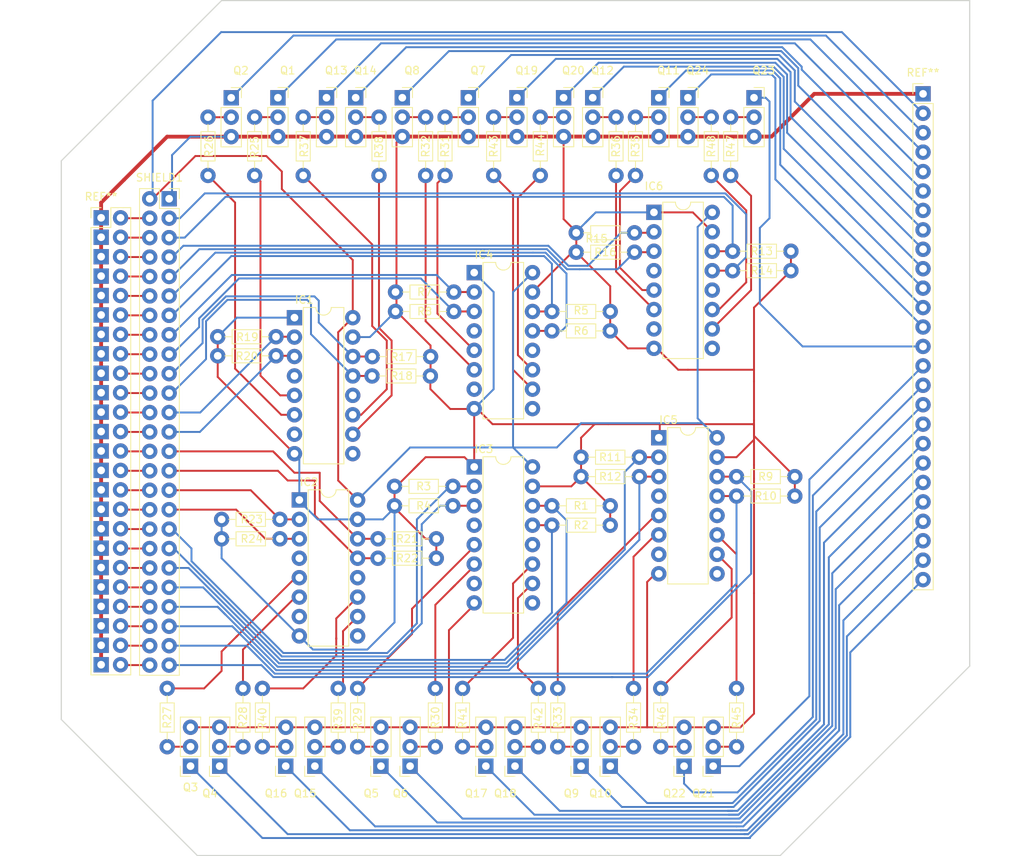
<source format=kicad_pcb>
(kicad_pcb (version 20171130) (host pcbnew "(5.1.9)-1")
  (layers (0 F.Cu signal) (31 B.Cu signal) (34 B.Paste user) (35 F.Paste user) (36 B.SilkS user) (37 F.SilkS user) (38 B.Mask user) (39 F.Mask user) (44 Edge.Cuts user))
  (net 0 "")
  (net 1 "Net-(IC1-Pad14)")
  (net 2 "Net-(IC1-Pad11)")
  (net 3 "Net-(IC1-Pad6)")
  (net 4 "Net-(IC1-Pad5)")
  (net 5 "Net-(IC1-Pad3)")
  (net 6 "Net-(IC1-Pad2)")
  (net 7 "Net-(IC2-Pad2)")
  (net 8 "Net-(IC2-Pad3)")
  (net 9 "Net-(IC2-Pad5)")
  (net 10 "Net-(IC2-Pad6)")
  (net 11 "Net-(IC2-Pad11)")
  (net 12 "Net-(IC2-Pad14)")
  (net 13 "Net-(IC3-Pad14)")
  (net 14 "Net-(IC3-Pad11)")
  (net 15 "Net-(IC3-Pad6)")
  (net 16 "Net-(IC3-Pad5)")
  (net 17 "Net-(IC3-Pad3)")
  (net 18 "Net-(IC3-Pad2)")
  (net 19 "Net-(IC4-Pad2)")
  (net 20 "Net-(IC4-Pad3)")
  (net 21 "Net-(IC4-Pad5)")
  (net 22 "Net-(IC4-Pad6)")
  (net 23 "Net-(IC4-Pad11)")
  (net 24 "Net-(IC4-Pad12)")
  (net 25 "Net-(IC4-Pad14)")
  (net 26 "Net-(IC5-Pad14)")
  (net 27 "Net-(IC5-Pad12)")
  (net 28 "Net-(IC5-Pad11)")
  (net 29 "Net-(IC5-Pad6)")
  (net 30 "Net-(IC5-Pad5)")
  (net 31 "Net-(IC5-Pad2)")
  (net 32 "Net-(IC6-Pad3)")
  (net 33 "Net-(IC6-Pad5)")
  (net 34 "Net-(IC6-Pad6)")
  (net 35 "Net-(IC6-Pad11)")
  (net 36 "Net-(IC6-Pad14)")
  (net 37 "Net-(Q1-Pad2)")
  (net 38 "Net-(Q2-Pad2)")
  (net 39 "Net-(Q3-Pad2)")
  (net 40 "Net-(Q4-Pad2)")
  (net 41 "Net-(Q5-Pad2)")
  (net 42 "Net-(Q6-Pad2)")
  (net 43 "Net-(Q7-Pad2)")
  (net 44 "Net-(Q8-Pad2)")
  (net 45 "Net-(Q9-Pad2)")
  (net 46 "Net-(Q10-Pad2)")
  (net 47 "Net-(Q11-Pad2)")
  (net 48 "Net-(Q12-Pad2)")
  (net 49 "Net-(Q13-Pad2)")
  (net 50 "Net-(Q14-Pad2)")
  (net 51 "Net-(Q15-Pad2)")
  (net 52 "Net-(Q16-Pad2)")
  (net 53 "Net-(Q17-Pad2)")
  (net 54 "Net-(Q18-Pad2)")
  (net 55 "Net-(Q19-Pad2)")
  (net 56 "Net-(Q20-Pad2)")
  (net 57 "Net-(Q21-Pad2)")
  (net 58 "Net-(Q22-Pad2)")
  (net 59 "Net-(Q23-Pad2)")
  (net 60 "Net-(Q24-Pad2)")
  (net 61 "Net-(SHIELD1-Pad2)")
  (net 62 "Net-(IC1-Pad13)")
  (net 63 "Net-(IC1-Pad10)")
  (net 64 "Net-(IC1-Pad1)")
  (net 65 "Net-(IC2-Pad13)")
  (net 66 "Net-(IC2-Pad10)")
  (net 67 "Net-(IC3-Pad13)")
  (net 68 "Net-(IC3-Pad10)")
  (net 69 "Net-(IC4-Pad10)")
  (net 70 "Net-(IC4-Pad9)")
  (net 71 "Net-(IC4-Pad7)")
  (net 72 "Net-(IC5-Pad10)")
  (net 73 "Net-(IC5-Pad4)")
  (net 74 "Net-(IC6-Pad13)")
  (net 75 "Net-(IC6-Pad4)")
  (net 76 "Net-(IC6-Pad10)")
  (net 77 "Net-(Q2-Pad1)")
  (net 78 "Net-(Q3-Pad1)")
  (net 79 "Net-(Q4-Pad1)")
  (net 80 "Net-(Q6-Pad1)")
  (net 81 "Net-(Q7-Pad1)")
  (net 82 "Net-(Q8-Pad1)")
  (net 83 "Net-(Q9-Pad1)")
  (net 84 "Net-(Q10-Pad1)")
  (net 85 "Net-(Q11-Pad1)")
  (net 86 "Net-(Q12-Pad1)")
  (net 87 "Net-(Q13-Pad1)")
  (net 88 "Net-(Q14-Pad1)")
  (net 89 "Net-(Q15-Pad1)")
  (net 90 "Net-(Q16-Pad1)")
  (net 91 "Net-(Q17-Pad1)")
  (net 92 "Net-(Q18-Pad1)")
  (net 93 "Net-(Q19-Pad1)")
  (net 94 "Net-(Q20-Pad1)")
  (net 95 "Net-(Q21-Pad1)")
  (net 96 "Net-(Q22-Pad1)")
  (net 97 "Net-(Q23-Pad1)")
  (net 98 "Net-(Q24-Pad1)")
  (module Connector_PinHeader_2.54mm:PinHeader_1x26_P2.54mm_Vertical (layer F.Cu) (at 129.794 41.402)
    (fp_text reference REF** (at 0 -2.77) (layer F.SilkS))
    (fp_text value PinHeader_1x26_P2.54mm_Vertical)
    (pad 26 thru_hole circle (at 0 63.5) (size 2 2) (drill 1) (layers *.Cu *.Mask) (net 78 "Net-(Q3-Pad1)"))
    (pad 25 thru_hole circle (at 0 60.96) (size 2 2) (drill 1) (layers *.Cu *.Mask) (net 79 "Net-(Q4-Pad1)"))
    (pad 24 thru_hole circle (at 0 58.42) (size 2 2) (drill 1) (layers *.Cu *.Mask) (net 90 "Net-(Q16-Pad1)"))
    (pad 23 thru_hole circle (at 0 55.88) (size 2 2) (drill 1) (layers *.Cu *.Mask) (net 89 "Net-(Q15-Pad1)"))
    (pad 22 thru_hole circle (at 0 53.34) (size 2 2) (drill 1) (layers *.Cu *.Mask))
    (pad 21 thru_hole circle (at 0 50.8) (size 2 2) (drill 1) (layers *.Cu *.Mask) (net 80 "Net-(Q6-Pad1)"))
    (pad 20 thru_hole circle (at 0 48.26) (size 2 2) (drill 1) (layers *.Cu *.Mask) (net 91 "Net-(Q17-Pad1)"))
    (pad 19 thru_hole circle (at 0 45.72) (size 2 2) (drill 1) (layers *.Cu *.Mask) (net 92 "Net-(Q18-Pad1)"))
    (pad 18 thru_hole circle (at 0 43.18) (size 2 2) (drill 1) (layers *.Cu *.Mask) (net 83 "Net-(Q9-Pad1)"))
    (pad 17 thru_hole circle (at 0 40.64) (size 2 2) (drill 1) (layers *.Cu *.Mask) (net 84 "Net-(Q10-Pad1)"))
    (pad 16 thru_hole circle (at 0 38.1) (size 2 2) (drill 1) (layers *.Cu *.Mask) (net 96 "Net-(Q22-Pad1)"))
    (pad 15 thru_hole circle (at 0 35.56) (size 2 2) (drill 1) (layers *.Cu *.Mask) (net 95 "Net-(Q21-Pad1)"))
    (pad 14 thru_hole circle (at 0 33.02) (size 2 2) (drill 1) (layers *.Cu *.Mask) (net 97 "Net-(Q23-Pad1)"))
    (pad 13 thru_hole circle (at 0 30.48) (size 2 2) (drill 1) (layers *.Cu *.Mask) (net 98 "Net-(Q24-Pad1)"))
    (pad 12 thru_hole circle (at 0 27.94) (size 2 2) (drill 1) (layers *.Cu *.Mask) (net 85 "Net-(Q11-Pad1)"))
    (pad 11 thru_hole circle (at 0 25.4) (size 2 2) (drill 1) (layers *.Cu *.Mask) (net 86 "Net-(Q12-Pad1)"))
    (pad 10 thru_hole circle (at 0 22.86) (size 2 2) (drill 1) (layers *.Cu *.Mask) (net 94 "Net-(Q20-Pad1)"))
    (pad 9 thru_hole circle (at 0 20.32) (size 2 2) (drill 1) (layers *.Cu *.Mask) (net 93 "Net-(Q19-Pad1)"))
    (pad 8 thru_hole circle (at 0 17.78) (size 2 2) (drill 1) (layers *.Cu *.Mask) (net 81 "Net-(Q7-Pad1)"))
    (pad 7 thru_hole circle (at 0 15.24) (size 2 2) (drill 1) (layers *.Cu *.Mask) (net 82 "Net-(Q8-Pad1)"))
    (pad 6 thru_hole circle (at 0 12.7) (size 2 2) (drill 1) (layers *.Cu *.Mask) (net 88 "Net-(Q14-Pad1)"))
    (pad 5 thru_hole circle (at 0 10.16) (size 2 2) (drill 1) (layers *.Cu *.Mask) (net 87 "Net-(Q13-Pad1)"))
    (pad 4 thru_hole circle (at 0 7.62) (size 2 2) (drill 1) (layers *.Cu *.Mask))
    (pad 3 thru_hole circle (at 0 5.08) (size 2 2) (drill 1) (layers *.Cu *.Mask) (net 77 "Net-(Q2-Pad1)"))
    (pad 2 thru_hole circle (at 0 2.54) (size 2 2) (drill 1) (layers *.Cu *.Mask) (net 61 "Net-(SHIELD1-Pad2)"))
    (pad 1 thru_hole rect (at 0 0) (size 2 2) (drill 1) (layers *.Cu *.Mask) (net 64 "Net-(IC1-Pad1)"))
  )
  (module Connector_PinHeader_2.54mm:PinHeader_2x24_P2.54mm_Vertical (layer F.Cu) (at 22.352 57.6072)
    (fp_text reference REF** (at 0 -2.77 180) (layer F.SilkS))
    (fp_text value PinHeader_2x24_P2.54mm_Vertical)
    (pad 1 thru_hole rect (at 0 0) (size 2 2) (drill 1) (layers *.Cu *.Mask) (net 64 "Net-(IC1-Pad1)"))
    (pad 2 thru_hole circle (at 2.54 0) (size 2 2) (drill 1) (layers *.Cu *.Mask))
    (pad 3 thru_hole rect (at 0 2.54) (size 2 2) (drill 1) (layers *.Cu *.Mask) (net 64 "Net-(IC1-Pad1)"))
    (pad 4 thru_hole circle (at 2.54 2.54) (size 2 2) (drill 1) (layers *.Cu *.Mask))
    (pad 5 thru_hole rect (at 0 5.08) (size 2 2) (drill 1) (layers *.Cu *.Mask) (net 64 "Net-(IC1-Pad1)"))
    (pad 6 thru_hole circle (at 2.54 5.08) (size 2 2) (drill 1) (layers *.Cu *.Mask))
    (pad 7 thru_hole rect (at 0 7.62) (size 2 2) (drill 1) (layers *.Cu *.Mask) (net 64 "Net-(IC1-Pad1)"))
    (pad 8 thru_hole circle (at 2.54 7.62) (size 2 2) (drill 1) (layers *.Cu *.Mask))
    (pad 9 thru_hole rect (at 0 10.16) (size 2 2) (drill 1) (layers *.Cu *.Mask) (net 64 "Net-(IC1-Pad1)"))
    (pad 10 thru_hole circle (at 2.54 10.16) (size 2 2) (drill 1) (layers *.Cu *.Mask))
    (pad 11 thru_hole rect (at 0 12.7) (size 2 2) (drill 1) (layers *.Cu *.Mask) (net 64 "Net-(IC1-Pad1)"))
    (pad 12 thru_hole circle (at 2.54 12.7) (size 2 2) (drill 1) (layers *.Cu *.Mask))
    (pad 13 thru_hole rect (at 0 15.24) (size 2 2) (drill 1) (layers *.Cu *.Mask) (net 64 "Net-(IC1-Pad1)"))
    (pad 14 thru_hole circle (at 2.54 15.24) (size 2 2) (drill 1) (layers *.Cu *.Mask))
    (pad 15 thru_hole rect (at 0 17.78) (size 2 2) (drill 1) (layers *.Cu *.Mask) (net 64 "Net-(IC1-Pad1)"))
    (pad 16 thru_hole circle (at 2.54 17.78) (size 2 2) (drill 1) (layers *.Cu *.Mask))
    (pad 17 thru_hole rect (at 0 20.32) (size 2 2) (drill 1) (layers *.Cu *.Mask) (net 64 "Net-(IC1-Pad1)"))
    (pad 18 thru_hole circle (at 2.54 20.32) (size 2 2) (drill 1) (layers *.Cu *.Mask))
    (pad 19 thru_hole rect (at 0 22.86) (size 2 2) (drill 1) (layers *.Cu *.Mask) (net 64 "Net-(IC1-Pad1)"))
    (pad 20 thru_hole circle (at 2.54 22.86) (size 2 2) (drill 1) (layers *.Cu *.Mask))
    (pad 21 thru_hole rect (at 0 25.4) (size 2 2) (drill 1) (layers *.Cu *.Mask) (net 64 "Net-(IC1-Pad1)"))
    (pad 22 thru_hole circle (at 2.54 25.4) (size 2 2) (drill 1) (layers *.Cu *.Mask))
    (pad 23 thru_hole rect (at 0 27.94) (size 2 2) (drill 1) (layers *.Cu *.Mask) (net 64 "Net-(IC1-Pad1)"))
    (pad 24 thru_hole circle (at 2.54 27.94) (size 2 2) (drill 1) (layers *.Cu *.Mask))
    (pad 25 thru_hole rect (at 0 30.48) (size 2 2) (drill 1) (layers *.Cu *.Mask) (net 64 "Net-(IC1-Pad1)"))
    (pad 26 thru_hole circle (at 2.54 30.48) (size 2 2) (drill 1) (layers *.Cu *.Mask))
    (pad 27 thru_hole rect (at 0 33.02) (size 2 2) (drill 1) (layers *.Cu *.Mask) (net 64 "Net-(IC1-Pad1)"))
    (pad 28 thru_hole circle (at 2.54 33.02) (size 2 2) (drill 1) (layers *.Cu *.Mask))
    (pad 29 thru_hole rect (at 0 35.56) (size 2 2) (drill 1) (layers *.Cu *.Mask) (net 64 "Net-(IC1-Pad1)"))
    (pad 30 thru_hole circle (at 2.54 35.56) (size 2 2) (drill 1) (layers *.Cu *.Mask))
    (pad 31 thru_hole rect (at 0 38.1) (size 2 2) (drill 1) (layers *.Cu *.Mask) (net 64 "Net-(IC1-Pad1)"))
    (pad 32 thru_hole circle (at 2.54 38.1) (size 2 2) (drill 1) (layers *.Cu *.Mask))
    (pad 33 thru_hole rect (at 0 40.64) (size 2 2) (drill 1) (layers *.Cu *.Mask) (net 64 "Net-(IC1-Pad1)"))
    (pad 34 thru_hole circle (at 2.54 40.64) (size 2 2) (drill 1) (layers *.Cu *.Mask))
    (pad 35 thru_hole rect (at 0 43.18) (size 2 2) (drill 1) (layers *.Cu *.Mask) (net 64 "Net-(IC1-Pad1)"))
    (pad 36 thru_hole circle (at 2.54 43.18) (size 2 2) (drill 1) (layers *.Cu *.Mask))
    (pad 37 thru_hole rect (at 0 45.72) (size 2 2) (drill 1) (layers *.Cu *.Mask) (net 64 "Net-(IC1-Pad1)"))
    (pad 38 thru_hole circle (at 2.54 45.72) (size 2 2) (drill 1) (layers *.Cu *.Mask))
    (pad 39 thru_hole rect (at 0 48.26) (size 2 2) (drill 1) (layers *.Cu *.Mask) (net 64 "Net-(IC1-Pad1)"))
    (pad 40 thru_hole circle (at 2.54 48.26) (size 2 2) (drill 1) (layers *.Cu *.Mask))
    (pad 41 thru_hole rect (at 0 50.8) (size 2 2) (drill 1) (layers *.Cu *.Mask) (net 64 "Net-(IC1-Pad1)"))
    (pad 42 thru_hole circle (at 2.54 50.8) (size 2 2) (drill 1) (layers *.Cu *.Mask))
    (pad 43 thru_hole rect (at 0 53.34) (size 2 2) (drill 1) (layers *.Cu *.Mask) (net 64 "Net-(IC1-Pad1)"))
    (pad 44 thru_hole circle (at 2.54 53.34) (size 2 2) (drill 1) (layers *.Cu *.Mask))
    (pad 45 thru_hole rect (at 0 55.88) (size 2 2) (drill 1) (layers *.Cu *.Mask) (net 64 "Net-(IC1-Pad1)"))
    (pad 46 thru_hole circle (at 2.54 55.88) (size 2 2) (drill 1) (layers *.Cu *.Mask))
    (pad 47 thru_hole rect (at 0 58.42) (size 2 2) (drill 1) (layers *.Cu *.Mask) (net 64 "Net-(IC1-Pad1)"))
    (pad 48 thru_hole circle (at 2.54 58.42) (size 2 2) (drill 1) (layers *.Cu *.Mask))
  )
  (module "Arduino Relay:CD4555BE" (layer F.Cu) (at 94.615 56.896)
    (fp_text reference IC6 (at 0 -3.429) (layer F.SilkS))
    (fp_text value CD4555BE)
    (pad 1 thru_hole rect (at 0 0) (size 2 2) (drill 1) (layers *.Cu *.Mask) (net 64 "Net-(IC1-Pad1)"))
    (pad 9 thru_hole circle (at 7.62 17.78) (size 2 2) (drill 1) (layers *.Cu *.Mask))
    (pad 2 thru_hole circle (at 0 2.54) (size 2 2) (drill 1) (layers *.Cu *.Mask) (net 75 "Net-(IC6-Pad4)"))
    (pad 10 thru_hole circle (at 7.62 15.24) (size 2 2) (drill 1) (layers *.Cu *.Mask) (net 76 "Net-(IC6-Pad10)"))
    (pad 3 thru_hole circle (at 0 5.08) (size 2 2) (drill 1) (layers *.Cu *.Mask) (net 32 "Net-(IC6-Pad3)"))
    (pad 11 thru_hole circle (at 7.62 12.7) (size 2 2) (drill 1) (layers *.Cu *.Mask) (net 35 "Net-(IC6-Pad11)"))
    (pad 4 thru_hole circle (at 0 7.62) (size 2 2) (drill 1) (layers *.Cu *.Mask))
    (pad 12 thru_hole circle (at 7.62 10.16) (size 2 2) (drill 1) (layers *.Cu *.Mask))
    (pad 5 thru_hole circle (at 0 10.16) (size 2 2) (drill 1) (layers *.Cu *.Mask) (net 33 "Net-(IC6-Pad5)"))
    (pad 13 thru_hole circle (at 7.62 7.62) (size 2 2) (drill 1) (layers *.Cu *.Mask) (net 74 "Net-(IC6-Pad13)"))
    (pad 6 thru_hole circle (at 0 12.7) (size 2 2) (drill 1) (layers *.Cu *.Mask) (net 34 "Net-(IC6-Pad6)"))
    (pad 14 thru_hole circle (at 7.62 5.08) (size 2 2) (drill 1) (layers *.Cu *.Mask) (net 36 "Net-(IC6-Pad14)"))
    (pad 7 thru_hole circle (at 0 15.24) (size 2 2) (drill 1) (layers *.Cu *.Mask))
    (pad 15 thru_hole circle (at 7.62 2.54) (size 2 2) (drill 1) (layers *.Cu *.Mask) (net 64 "Net-(IC1-Pad1)"))
    (pad 8 thru_hole circle (at 0 17.78) (size 2 2) (drill 1) (layers *.Cu *.Mask) (net 64 "Net-(IC1-Pad1)"))
    (pad 16 thru_hole circle (at 7.62 0) (size 2 2) (drill 1) (layers *.Cu *.Mask) (net 61 "Net-(SHIELD1-Pad2)"))
  )
  (module "Arduino Relay:CD4555BE" (layer F.Cu) (at 47.625 70.6585)
    (fp_text reference IC1 (at 1.27 -2.33) (layer F.SilkS))
    (fp_text value CD4555BE)
    (pad 1 thru_hole rect (at 0 0) (size 2 2) (drill 1) (layers *.Cu *.Mask) (net 64 "Net-(IC1-Pad1)"))
    (pad 9 thru_hole circle (at 7.62 17.78) (size 2 2) (drill 1) (layers *.Cu *.Mask))
    (pad 2 thru_hole circle (at 0 2.54) (size 2 2) (drill 1) (layers *.Cu *.Mask) (net 6 "Net-(IC1-Pad2)"))
    (pad 10 thru_hole circle (at 7.62 15.24) (size 2 2) (drill 1) (layers *.Cu *.Mask) (net 63 "Net-(IC1-Pad10)"))
    (pad 3 thru_hole circle (at 0 5.08) (size 2 2) (drill 1) (layers *.Cu *.Mask) (net 5 "Net-(IC1-Pad3)"))
    (pad 11 thru_hole circle (at 7.62 12.7) (size 2 2) (drill 1) (layers *.Cu *.Mask) (net 2 "Net-(IC1-Pad11)"))
    (pad 4 thru_hole circle (at 0 7.62) (size 2 2) (drill 1) (layers *.Cu *.Mask))
    (pad 12 thru_hole circle (at 7.62 10.16) (size 2 2) (drill 1) (layers *.Cu *.Mask))
    (pad 5 thru_hole circle (at 0 10.16) (size 2 2) (drill 1) (layers *.Cu *.Mask) (net 4 "Net-(IC1-Pad5)"))
    (pad 13 thru_hole circle (at 7.62 7.62) (size 2 2) (drill 1) (layers *.Cu *.Mask) (net 62 "Net-(IC1-Pad13)"))
    (pad 6 thru_hole circle (at 0 12.7) (size 2 2) (drill 1) (layers *.Cu *.Mask) (net 3 "Net-(IC1-Pad6)"))
    (pad 14 thru_hole circle (at 7.62 5.08) (size 2 2) (drill 1) (layers *.Cu *.Mask) (net 1 "Net-(IC1-Pad14)"))
    (pad 7 thru_hole circle (at 0 15.24) (size 2 2) (drill 1) (layers *.Cu *.Mask))
    (pad 15 thru_hole circle (at 7.62 2.54) (size 2 2) (drill 1) (layers *.Cu *.Mask) (net 64 "Net-(IC1-Pad1)"))
    (pad 8 thru_hole circle (at 0 17.78) (size 2 2) (drill 1) (layers *.Cu *.Mask) (net 64 "Net-(IC1-Pad1)"))
    (pad 16 thru_hole circle (at 7.62 0) (size 2 2) (drill 1) (layers *.Cu *.Mask) (net 61 "Net-(SHIELD1-Pad2)"))
  )
  (module "Arduino Relay:CD4555BE" (layer F.Cu) (at 71.12 64.77)
    (fp_text reference IC4 (at 1.27 -2.33) (layer F.SilkS))
    (fp_text value CD4555BE)
    (pad 1 thru_hole rect (at 0 0) (size 2 2) (drill 1) (layers *.Cu *.Mask) (net 64 "Net-(IC1-Pad1)"))
    (pad 9 thru_hole circle (at 7.62 17.78) (size 2 2) (drill 1) (layers *.Cu *.Mask) (net 70 "Net-(IC4-Pad9)"))
    (pad 2 thru_hole circle (at 0 2.54) (size 2 2) (drill 1) (layers *.Cu *.Mask) (net 19 "Net-(IC4-Pad2)"))
    (pad 10 thru_hole circle (at 7.62 15.24) (size 2 2) (drill 1) (layers *.Cu *.Mask) (net 69 "Net-(IC4-Pad10)"))
    (pad 3 thru_hole circle (at 0 5.08) (size 2 2) (drill 1) (layers *.Cu *.Mask) (net 20 "Net-(IC4-Pad3)"))
    (pad 11 thru_hole circle (at 7.62 12.7) (size 2 2) (drill 1) (layers *.Cu *.Mask) (net 23 "Net-(IC4-Pad11)"))
    (pad 4 thru_hole circle (at 0 7.62) (size 2 2) (drill 1) (layers *.Cu *.Mask))
    (pad 12 thru_hole circle (at 7.62 10.16) (size 2 2) (drill 1) (layers *.Cu *.Mask))
    (pad 5 thru_hole circle (at 0 10.16) (size 2 2) (drill 1) (layers *.Cu *.Mask) (net 21 "Net-(IC4-Pad5)"))
    (pad 13 thru_hole circle (at 7.62 7.62) (size 2 2) (drill 1) (layers *.Cu *.Mask) (net 24 "Net-(IC4-Pad12)"))
    (pad 6 thru_hole circle (at 0 12.7) (size 2 2) (drill 1) (layers *.Cu *.Mask) (net 22 "Net-(IC4-Pad6)"))
    (pad 14 thru_hole circle (at 7.62 5.08) (size 2 2) (drill 1) (layers *.Cu *.Mask) (net 25 "Net-(IC4-Pad14)"))
    (pad 7 thru_hole circle (at 0 15.24) (size 2 2) (drill 1) (layers *.Cu *.Mask) (net 71 "Net-(IC4-Pad7)"))
    (pad 15 thru_hole circle (at 7.62 2.54) (size 2 2) (drill 1) (layers *.Cu *.Mask) (net 64 "Net-(IC1-Pad1)"))
    (pad 8 thru_hole circle (at 0 17.78) (size 2 2) (drill 1) (layers *.Cu *.Mask) (net 64 "Net-(IC1-Pad1)"))
    (pad 16 thru_hole circle (at 7.62 0) (size 2 2) (drill 1) (layers *.Cu *.Mask) (net 61 "Net-(SHIELD1-Pad2)"))
  )
  (module "Arduino Relay:CD4555BE" (layer F.Cu) (at 48.26 94.488)
    (fp_text reference IC2 (at 1.27 -2.33) (layer F.SilkS))
    (fp_text value CD4555BE)
    (pad 1 thru_hole rect (at 0 0) (size 2 2) (drill 1) (layers *.Cu *.Mask) (net 64 "Net-(IC1-Pad1)"))
    (pad 9 thru_hole circle (at 7.62 17.78) (size 2 2) (drill 1) (layers *.Cu *.Mask))
    (pad 2 thru_hole circle (at 0 2.54) (size 2 2) (drill 1) (layers *.Cu *.Mask) (net 7 "Net-(IC2-Pad2)"))
    (pad 10 thru_hole circle (at 7.62 15.24) (size 2 2) (drill 1) (layers *.Cu *.Mask) (net 66 "Net-(IC2-Pad10)"))
    (pad 3 thru_hole circle (at 0 5.08) (size 2 2) (drill 1) (layers *.Cu *.Mask) (net 8 "Net-(IC2-Pad3)"))
    (pad 11 thru_hole circle (at 7.62 12.7) (size 2 2) (drill 1) (layers *.Cu *.Mask) (net 11 "Net-(IC2-Pad11)"))
    (pad 4 thru_hole circle (at 0 7.62) (size 2 2) (drill 1) (layers *.Cu *.Mask))
    (pad 12 thru_hole circle (at 7.62 10.16) (size 2 2) (drill 1) (layers *.Cu *.Mask))
    (pad 5 thru_hole circle (at 0 10.16) (size 2 2) (drill 1) (layers *.Cu *.Mask) (net 9 "Net-(IC2-Pad5)"))
    (pad 13 thru_hole circle (at 7.62 7.62) (size 2 2) (drill 1) (layers *.Cu *.Mask) (net 65 "Net-(IC2-Pad13)"))
    (pad 6 thru_hole circle (at 0 12.7) (size 2 2) (drill 1) (layers *.Cu *.Mask) (net 10 "Net-(IC2-Pad6)"))
    (pad 14 thru_hole circle (at 7.62 5.08) (size 2 2) (drill 1) (layers *.Cu *.Mask) (net 12 "Net-(IC2-Pad14)"))
    (pad 7 thru_hole circle (at 0 15.24) (size 2 2) (drill 1) (layers *.Cu *.Mask))
    (pad 15 thru_hole circle (at 7.62 2.54) (size 2 2) (drill 1) (layers *.Cu *.Mask) (net 64 "Net-(IC1-Pad1)"))
    (pad 8 thru_hole circle (at 0 17.78) (size 2 2) (drill 1) (layers *.Cu *.Mask) (net 64 "Net-(IC1-Pad1)"))
    (pad 16 thru_hole circle (at 7.62 0) (size 2 2) (drill 1) (layers *.Cu *.Mask) (net 61 "Net-(SHIELD1-Pad2)"))
  )
  (module "Arduino Relay:CD4555BE" (layer F.Cu) (at 71.12 90.17)
    (fp_text reference IC3 (at 1.27 -2.33) (layer F.SilkS))
    (fp_text value CD4555BE)
    (pad 1 thru_hole rect (at 0 0) (size 2 2) (drill 1) (layers *.Cu *.Mask) (net 64 "Net-(IC1-Pad1)"))
    (pad 9 thru_hole circle (at 7.62 17.78) (size 2 2) (drill 1) (layers *.Cu *.Mask))
    (pad 2 thru_hole circle (at 0 2.54) (size 2 2) (drill 1) (layers *.Cu *.Mask) (net 18 "Net-(IC3-Pad2)"))
    (pad 10 thru_hole circle (at 7.62 15.24) (size 2 2) (drill 1) (layers *.Cu *.Mask) (net 68 "Net-(IC3-Pad10)"))
    (pad 3 thru_hole circle (at 0 5.08) (size 2 2) (drill 1) (layers *.Cu *.Mask) (net 17 "Net-(IC3-Pad3)"))
    (pad 11 thru_hole circle (at 7.62 12.7) (size 2 2) (drill 1) (layers *.Cu *.Mask) (net 14 "Net-(IC3-Pad11)"))
    (pad 4 thru_hole circle (at 0 7.62) (size 2 2) (drill 1) (layers *.Cu *.Mask))
    (pad 12 thru_hole circle (at 7.62 10.16) (size 2 2) (drill 1) (layers *.Cu *.Mask))
    (pad 5 thru_hole circle (at 0 10.16) (size 2 2) (drill 1) (layers *.Cu *.Mask) (net 16 "Net-(IC3-Pad5)"))
    (pad 13 thru_hole circle (at 7.62 7.62) (size 2 2) (drill 1) (layers *.Cu *.Mask) (net 67 "Net-(IC3-Pad13)"))
    (pad 6 thru_hole circle (at 0 12.7) (size 2 2) (drill 1) (layers *.Cu *.Mask) (net 15 "Net-(IC3-Pad6)"))
    (pad 14 thru_hole circle (at 7.62 5.08) (size 2 2) (drill 1) (layers *.Cu *.Mask) (net 13 "Net-(IC3-Pad14)"))
    (pad 7 thru_hole circle (at 0 15.24) (size 2 2) (drill 1) (layers *.Cu *.Mask))
    (pad 15 thru_hole circle (at 7.62 2.54) (size 2 2) (drill 1) (layers *.Cu *.Mask) (net 64 "Net-(IC1-Pad1)"))
    (pad 8 thru_hole circle (at 0 17.78) (size 2 2) (drill 1) (layers *.Cu *.Mask) (net 64 "Net-(IC1-Pad1)"))
    (pad 16 thru_hole circle (at 7.62 0) (size 2 2) (drill 1) (layers *.Cu *.Mask) (net 61 "Net-(SHIELD1-Pad2)"))
  )
  (module "Arduino Relay:CD4555BE" (layer F.Cu) (at 95.25 86.36)
    (fp_text reference IC5 (at 1.27 -2.33) (layer F.SilkS))
    (fp_text value CD4555BE)
    (pad 1 thru_hole rect (at 0 0) (size 2 2) (drill 1) (layers *.Cu *.Mask) (net 64 "Net-(IC1-Pad1)"))
    (pad 9 thru_hole circle (at 7.62 17.78) (size 2 2) (drill 1) (layers *.Cu *.Mask))
    (pad 2 thru_hole circle (at 0 2.54) (size 2 2) (drill 1) (layers *.Cu *.Mask) (net 31 "Net-(IC5-Pad2)"))
    (pad 10 thru_hole circle (at 7.62 15.24) (size 2 2) (drill 1) (layers *.Cu *.Mask) (net 72 "Net-(IC5-Pad10)"))
    (pad 3 thru_hole circle (at 0 5.08) (size 2 2) (drill 1) (layers *.Cu *.Mask) (net 73 "Net-(IC5-Pad4)"))
    (pad 11 thru_hole circle (at 7.62 12.7) (size 2 2) (drill 1) (layers *.Cu *.Mask) (net 28 "Net-(IC5-Pad11)"))
    (pad 4 thru_hole circle (at 0 7.62) (size 2 2) (drill 1) (layers *.Cu *.Mask))
    (pad 12 thru_hole circle (at 7.62 10.16) (size 2 2) (drill 1) (layers *.Cu *.Mask))
    (pad 5 thru_hole circle (at 0 10.16) (size 2 2) (drill 1) (layers *.Cu *.Mask) (net 30 "Net-(IC5-Pad5)"))
    (pad 13 thru_hole circle (at 7.62 7.62) (size 2 2) (drill 1) (layers *.Cu *.Mask) (net 27 "Net-(IC5-Pad12)"))
    (pad 6 thru_hole circle (at 0 12.7) (size 2 2) (drill 1) (layers *.Cu *.Mask) (net 29 "Net-(IC5-Pad6)"))
    (pad 14 thru_hole circle (at 7.62 5.08) (size 2 2) (drill 1) (layers *.Cu *.Mask) (net 26 "Net-(IC5-Pad14)"))
    (pad 7 thru_hole circle (at 0 15.24) (size 2 2) (drill 1) (layers *.Cu *.Mask))
    (pad 15 thru_hole circle (at 7.62 2.54) (size 2 2) (drill 1) (layers *.Cu *.Mask) (net 64 "Net-(IC1-Pad1)"))
    (pad 8 thru_hole circle (at 0 17.78) (size 2 2) (drill 1) (layers *.Cu *.Mask) (net 64 "Net-(IC1-Pad1)"))
    (pad 16 thru_hole circle (at 7.62 0) (size 2 2) (drill 1) (layers *.Cu *.Mask) (net 61 "Net-(SHIELD1-Pad2)"))
  )
  (module Connector_PinSocket_2.54mm:PinSocket_1x03_P2.54mm_Vertical (layer F.Cu) (at 34.036 129.286 180)
    (fp_text reference Q3 (at 0 -2.77) (layer F.SilkS))
    (fp_text value S9018)
    (pad 1 thru_hole rect (at 0 0 180) (size 2 2) (drill 1) (layers *.Cu *.Mask) (net 78 "Net-(Q3-Pad1)"))
    (pad 2 thru_hole circle (at 0 2.54 180) (size 2 2) (drill 1) (layers *.Cu *.Mask) (net 41 "Net-(Q5-Pad2)"))
    (pad 3 thru_hole circle (at 0 5.08 180) (size 2 2) (drill 1) (layers *.Cu *.Mask) (net 64 "Net-(IC1-Pad1)"))
  )
  (module Resistor_THT:R_Axial_DIN0204_L3.6mm_D1.6mm_P7.62mm_Horizontal (layer F.Cu) (at 89.662 52.07 90)
    (fp_text reference R36 (at 3.81 0 90) (layer F.SilkS))
    (fp_text value 4k7)
    (pad 2 thru_hole circle (at 7.62 0 90) (size 2 2) (drill 1) (layers *.Cu *.Mask) (net 60 "Net-(Q24-Pad2)"))
    (pad 1 thru_hole circle (at 0 0 90) (size 2 2) (drill 1) (layers *.Cu *.Mask) (net 34 "Net-(IC6-Pad6)"))
  )
  (module Resistor_THT:R_Axial_DIN0204_L3.6mm_D1.6mm_P7.62mm_Horizontal (layer F.Cu) (at 92.202 52.07 90)
    (fp_text reference R35 (at 3.81 0 90) (layer F.SilkS))
    (fp_text value 4k7)
    (pad 2 thru_hole circle (at 7.62 0 90) (size 2 2) (drill 1) (layers *.Cu *.Mask) (net 59 "Net-(Q23-Pad2)"))
    (pad 1 thru_hole circle (at 0 0 90) (size 2 2) (drill 1) (layers *.Cu *.Mask) (net 33 "Net-(IC6-Pad5)"))
  )
  (module Resistor_THT:R_Axial_DIN0204_L3.6mm_D1.6mm_P7.62mm_Horizontal (layer F.Cu) (at 102.108 52.07 90)
    (fp_text reference R48 (at 3.81 0 90) (layer F.SilkS))
    (fp_text value 4k7)
    (pad 2 thru_hole circle (at 7.62 0 90) (size 2 2) (drill 1) (layers *.Cu *.Mask) (net 58 "Net-(Q22-Pad2)"))
    (pad 1 thru_hole circle (at 0 0 90) (size 2 2) (drill 1) (layers *.Cu *.Mask) (net 35 "Net-(IC6-Pad11)"))
  )
  (module Resistor_THT:R_Axial_DIN0204_L3.6mm_D1.6mm_P7.62mm_Horizontal (layer F.Cu) (at 104.648 52.07 90)
    (fp_text reference R47 (at 3.81 0 90) (layer F.SilkS))
    (fp_text value 4k7)
    (pad 2 thru_hole circle (at 7.62 0 90) (size 2 2) (drill 1) (layers *.Cu *.Mask) (net 57 "Net-(Q21-Pad2)"))
    (pad 1 thru_hole circle (at 0 0 90) (size 2 2) (drill 1) (layers *.Cu *.Mask) (net 76 "Net-(IC6-Pad10)"))
  )
  (module Resistor_THT:R_Axial_DIN0204_L3.6mm_D1.6mm_P7.62mm_Horizontal (layer F.Cu) (at 105.41 126.746 90)
    (fp_text reference R45 (at 3.81 0 90) (layer F.SilkS))
    (fp_text value 4k7)
    (pad 2 thru_hole circle (at 7.62 0 90) (size 2 2) (drill 1) (layers *.Cu *.Mask) (net 28 "Net-(IC5-Pad11)"))
    (pad 1 thru_hole circle (at 0 0 90) (size 2 2) (drill 1) (layers *.Cu *.Mask) (net 56 "Net-(Q20-Pad2)"))
  )
  (module Resistor_THT:R_Axial_DIN0204_L3.6mm_D1.6mm_P7.62mm_Horizontal (layer F.Cu) (at 95.504 126.746 90)
    (fp_text reference R46 (at 3.81 0.127 270) (layer F.SilkS))
    (fp_text value 4k7)
    (pad 2 thru_hole circle (at 7.62 0 90) (size 2 2) (drill 1) (layers *.Cu *.Mask) (net 72 "Net-(IC5-Pad10)"))
    (pad 1 thru_hole circle (at 0 0 90) (size 2 2) (drill 1) (layers *.Cu *.Mask) (net 55 "Net-(Q19-Pad2)"))
  )
  (module Resistor_THT:R_Axial_DIN0204_L3.6mm_D1.6mm_P7.62mm_Horizontal (layer F.Cu) (at 91.948 126.746 90)
    (fp_text reference R34 (at 3.683 0 90) (layer F.SilkS))
    (fp_text value 4k7)
    (pad 2 thru_hole circle (at 7.62 0 90) (size 2 2) (drill 1) (layers *.Cu *.Mask) (net 29 "Net-(IC5-Pad6)"))
    (pad 1 thru_hole circle (at 0 0 90) (size 2 2) (drill 1) (layers *.Cu *.Mask) (net 54 "Net-(Q18-Pad2)"))
  )
  (module Resistor_THT:R_Axial_DIN0204_L3.6mm_D1.6mm_P7.62mm_Horizontal (layer F.Cu) (at 82.042 126.746 90)
    (fp_text reference R33 (at 3.81 0 90) (layer F.SilkS))
    (fp_text value 4k7)
    (pad 2 thru_hole circle (at 7.62 0 90) (size 2 2) (drill 1) (layers *.Cu *.Mask) (net 30 "Net-(IC5-Pad5)"))
    (pad 1 thru_hole circle (at 0 0 90) (size 2 2) (drill 1) (layers *.Cu *.Mask) (net 53 "Net-(Q17-Pad2)"))
  )
  (module Resistor_THT:R_Axial_DIN0204_L3.6mm_D1.6mm_P7.62mm_Horizontal (layer F.Cu) (at 64.77 44.45 270)
    (fp_text reference R32 (at 3.81 0 90) (layer F.SilkS))
    (fp_text value 4k7)
    (pad 2 thru_hole circle (at 7.62 0 270) (size 2 2) (drill 1) (layers *.Cu *.Mask) (net 22 "Net-(IC4-Pad6)"))
    (pad 1 thru_hole circle (at 0 0 270) (size 2 2) (drill 1) (layers *.Cu *.Mask) (net 52 "Net-(Q16-Pad2)"))
  )
  (module Resistor_THT:R_Axial_DIN0204_L3.6mm_D1.6mm_P7.62mm_Horizontal (layer F.Cu) (at 67.31 44.45 270)
    (fp_text reference R31 (at 3.81 0 90) (layer F.SilkS))
    (fp_text value 4k7)
    (pad 2 thru_hole circle (at 7.62 0 270) (size 2 2) (drill 1) (layers *.Cu *.Mask) (net 21 "Net-(IC4-Pad5)"))
    (pad 1 thru_hole circle (at 0 0 270) (size 2 2) (drill 1) (layers *.Cu *.Mask) (net 51 "Net-(Q15-Pad2)"))
  )
  (module Resistor_THT:R_Axial_DIN0204_L3.6mm_D1.6mm_P7.62mm_Horizontal (layer F.Cu) (at 73.66 44.45 270)
    (fp_text reference R43 (at 3.81 0 90) (layer F.SilkS))
    (fp_text value 4k7)
    (pad 2 thru_hole circle (at 7.62 0 270) (size 2 2) (drill 1) (layers *.Cu *.Mask) (net 69 "Net-(IC4-Pad10)"))
    (pad 1 thru_hole circle (at 0 0 270) (size 2 2) (drill 1) (layers *.Cu *.Mask) (net 50 "Net-(Q14-Pad2)"))
  )
  (module Resistor_THT:R_Axial_DIN0204_L3.6mm_D1.6mm_P7.62mm_Horizontal (layer F.Cu) (at 79.756 44.45 270)
    (fp_text reference R44 (at 3.683 0 90) (layer F.SilkS))
    (fp_text value 4k7)
    (pad 2 thru_hole circle (at 7.62 0 270) (size 2 2) (drill 1) (layers *.Cu *.Mask) (net 23 "Net-(IC4-Pad11)"))
    (pad 1 thru_hole circle (at 0 0 270) (size 2 2) (drill 1) (layers *.Cu *.Mask) (net 49 "Net-(Q13-Pad2)"))
  )
  (module Resistor_THT:R_Axial_DIN0204_L3.6mm_D1.6mm_P7.62mm_Horizontal (layer F.Cu) (at 79.502 126.746 90)
    (fp_text reference R42 (at 3.683 0 90) (layer F.SilkS))
    (fp_text value 4k7)
    (pad 2 thru_hole circle (at 7.62 0 90) (size 2 2) (drill 1) (layers *.Cu *.Mask) (net 68 "Net-(IC3-Pad10)"))
    (pad 1 thru_hole circle (at 0 0 90) (size 2 2) (drill 1) (layers *.Cu *.Mask) (net 48 "Net-(Q12-Pad2)"))
  )
  (module Resistor_THT:R_Axial_DIN0204_L3.6mm_D1.6mm_P7.62mm_Horizontal (layer F.Cu) (at 69.596 126.746 90)
    (fp_text reference R41 (at 3.81 0 90) (layer F.SilkS))
    (fp_text value 4k7)
    (pad 2 thru_hole circle (at 7.62 0 90) (size 2 2) (drill 1) (layers *.Cu *.Mask) (net 14 "Net-(IC3-Pad11)"))
    (pad 1 thru_hole circle (at 0 0 90) (size 2 2) (drill 1) (layers *.Cu *.Mask) (net 47 "Net-(Q11-Pad2)"))
  )
  (module Resistor_THT:R_Axial_DIN0204_L3.6mm_D1.6mm_P7.62mm_Horizontal (layer F.Cu) (at 66.04 126.746 90)
    (fp_text reference R30 (at 3.81 0 90) (layer F.SilkS))
    (fp_text value 4k7)
    (pad 2 thru_hole circle (at 7.62 0 90) (size 2 2) (drill 1) (layers *.Cu *.Mask) (net 15 "Net-(IC3-Pad6)"))
    (pad 1 thru_hole circle (at 0 0 90) (size 2 2) (drill 1) (layers *.Cu *.Mask) (net 46 "Net-(Q10-Pad2)"))
  )
  (module Resistor_THT:R_Axial_DIN0204_L3.6mm_D1.6mm_P7.62mm_Horizontal (layer F.Cu) (at 58.547 99.568)
    (fp_text reference R21 (at 3.81 0 180) (layer F.SilkS))
    (fp_text value 4k7)
    (pad 2 thru_hole circle (at 7.62 0) (size 2 2) (drill 1) (layers *.Cu *.Mask) (net 64 "Net-(IC1-Pad1)"))
    (pad 1 thru_hole circle (at 0 0) (size 2 2) (drill 1) (layers *.Cu *.Mask) (net 12 "Net-(IC2-Pad14)"))
  )
  (module Resistor_THT:R_Axial_DIN0204_L3.6mm_D1.6mm_P7.62mm_Horizontal (layer F.Cu) (at 45.212 75.6455 180)
    (fp_text reference R20 (at 3.81 -0.0465) (layer F.SilkS))
    (fp_text value 4k7)
    (pad 2 thru_hole circle (at 7.62 0 180) (size 2 2) (drill 1) (layers *.Cu *.Mask) (net 64 "Net-(IC1-Pad1)"))
    (pad 1 thru_hole circle (at 0 0 180) (size 2 2) (drill 1) (layers *.Cu *.Mask) (net 5 "Net-(IC1-Pad3)"))
  )
  (module Resistor_THT:R_Axial_DIN0204_L3.6mm_D1.6mm_P7.62mm_Horizontal (layer F.Cu) (at 45.212 73.152 180)
    (fp_text reference R19 (at 3.757 -0.0465) (layer F.SilkS))
    (fp_text value 4k7)
    (pad 2 thru_hole circle (at 7.62 0 180) (size 2 2) (drill 1) (layers *.Cu *.Mask) (net 64 "Net-(IC1-Pad1)"))
    (pad 1 thru_hole circle (at 0 0 180) (size 2 2) (drill 1) (layers *.Cu *.Mask) (net 6 "Net-(IC1-Pad2)"))
  )
  (module Resistor_THT:R_Axial_DIN0204_L3.6mm_D1.6mm_P7.62mm_Horizontal (layer F.Cu) (at 57.76976 78.2828)
    (fp_text reference R18 (at 3.863 0 180) (layer F.SilkS))
    (fp_text value 4k7)
    (pad 2 thru_hole circle (at 7.62 0) (size 2 2) (drill 1) (layers *.Cu *.Mask) (net 64 "Net-(IC1-Pad1)"))
    (pad 1 thru_hole circle (at 0 0) (size 2 2) (drill 1) (layers *.Cu *.Mask) (net 62 "Net-(IC1-Pad13)"))
  )
  (module Resistor_THT:R_Axial_DIN0204_L3.6mm_D1.6mm_P7.62mm_Horizontal (layer F.Cu) (at 57.79516 75.75296)
    (fp_text reference R17 (at 3.863 0.0465 180) (layer F.SilkS))
    (fp_text value 4k7)
    (pad 2 thru_hole circle (at 7.62 0) (size 2 2) (drill 1) (layers *.Cu *.Mask) (net 64 "Net-(IC1-Pad1)"))
    (pad 1 thru_hole circle (at 0 0) (size 2 2) (drill 1) (layers *.Cu *.Mask) (net 1 "Net-(IC1-Pad14)"))
  )
  (module Resistor_THT:R_Axial_DIN0204_L3.6mm_D1.6mm_P7.62mm_Horizontal (layer F.Cu) (at 92.075 62.103 180)
    (fp_text reference R16 (at 3.81 0) (layer F.SilkS))
    (fp_text value 4k7)
    (pad 2 thru_hole circle (at 7.62 0 180) (size 2 2) (drill 1) (layers *.Cu *.Mask) (net 64 "Net-(IC1-Pad1)"))
    (pad 1 thru_hole circle (at 0 0 180) (size 2 2) (drill 1) (layers *.Cu *.Mask) (net 32 "Net-(IC6-Pad3)"))
  )
  (module Resistor_THT:R_Axial_DIN0204_L3.6mm_D1.6mm_P7.62mm_Horizontal (layer F.Cu) (at 92.075 59.563 180)
    (fp_text reference R15 (at 4.953 -0.762) (layer F.SilkS))
    (fp_text value 4k7)
    (pad 2 thru_hole circle (at 7.62 0 180) (size 2 2) (drill 1) (layers *.Cu *.Mask) (net 64 "Net-(IC1-Pad1)"))
    (pad 1 thru_hole circle (at 0 0 180) (size 2 2) (drill 1) (layers *.Cu *.Mask) (net 75 "Net-(IC6-Pad4)"))
  )
  (module Resistor_THT:R_Axial_DIN0204_L3.6mm_D1.6mm_P7.62mm_Horizontal (layer F.Cu) (at 104.902 64.516)
    (fp_text reference R14 (at 3.823 0 180) (layer F.SilkS))
    (fp_text value 4k7)
    (pad 2 thru_hole circle (at 7.62 0) (size 2 2) (drill 1) (layers *.Cu *.Mask) (net 64 "Net-(IC1-Pad1)"))
    (pad 1 thru_hole circle (at 0 0) (size 2 2) (drill 1) (layers *.Cu *.Mask) (net 74 "Net-(IC6-Pad13)"))
  )
  (module Resistor_THT:R_Axial_DIN0204_L3.6mm_D1.6mm_P7.62mm_Horizontal (layer F.Cu) (at 104.902 61.976)
    (fp_text reference R13 (at 3.81 0 180) (layer F.SilkS))
    (fp_text value 4k7)
    (pad 2 thru_hole circle (at 7.62 0) (size 2 2) (drill 1) (layers *.Cu *.Mask) (net 64 "Net-(IC1-Pad1)"))
    (pad 1 thru_hole circle (at 0 0) (size 2 2) (drill 1) (layers *.Cu *.Mask) (net 36 "Net-(IC6-Pad14)"))
  )
  (module Resistor_THT:R_Axial_DIN0204_L3.6mm_D1.6mm_P7.62mm_Horizontal (layer F.Cu) (at 92.71 91.44 180)
    (fp_text reference R12 (at 3.81 0) (layer F.SilkS))
    (fp_text value 4k7)
    (pad 2 thru_hole circle (at 7.62 0 180) (size 2 2) (drill 1) (layers *.Cu *.Mask) (net 64 "Net-(IC1-Pad1)"))
    (pad 1 thru_hole circle (at 0 0 180) (size 2 2) (drill 1) (layers *.Cu *.Mask) (net 73 "Net-(IC5-Pad4)"))
  )
  (module Resistor_THT:R_Axial_DIN0204_L3.6mm_D1.6mm_P7.62mm_Horizontal (layer F.Cu) (at 92.71 88.9 180)
    (fp_text reference R11 (at 3.81 0) (layer F.SilkS))
    (fp_text value 4k7 hide)
    (pad 2 thru_hole circle (at 7.62 0 180) (size 2 2) (drill 1) (layers *.Cu *.Mask) (net 64 "Net-(IC1-Pad1)"))
    (pad 1 thru_hole circle (at 0 0 180) (size 2 2) (drill 1) (layers *.Cu *.Mask) (net 31 "Net-(IC5-Pad2)"))
  )
  (module Resistor_THT:R_Axial_DIN0204_L3.6mm_D1.6mm_P7.62mm_Horizontal (layer F.Cu) (at 105.41 93.98)
    (fp_text reference R10 (at 3.81 0 180) (layer F.SilkS))
    (fp_text value 4k7)
    (pad 2 thru_hole circle (at 7.62 0) (size 2 2) (drill 1) (layers *.Cu *.Mask) (net 64 "Net-(IC1-Pad1)"))
    (pad 1 thru_hole circle (at 0 0) (size 2 2) (drill 1) (layers *.Cu *.Mask) (net 27 "Net-(IC5-Pad12)"))
  )
  (module Resistor_THT:R_Axial_DIN0204_L3.6mm_D1.6mm_P7.62mm_Horizontal (layer F.Cu) (at 105.41 91.44)
    (fp_text reference R9 (at 3.81 0 180) (layer F.SilkS))
    (fp_text value 4k7)
    (pad 1 thru_hole circle (at 0 0) (size 2 2) (drill 1) (layers *.Cu *.Mask) (net 26 "Net-(IC5-Pad14)"))
    (pad 2 thru_hole circle (at 7.62 0) (size 2 2) (drill 1) (layers *.Cu *.Mask) (net 64 "Net-(IC1-Pad1)"))
  )
  (module Resistor_THT:R_Axial_DIN0204_L3.6mm_D1.6mm_P7.62mm_Horizontal (layer F.Cu) (at 68.453 69.85 180)
    (fp_text reference R8 (at 3.81 0) (layer F.SilkS))
    (fp_text value 4k7)
    (pad 2 thru_hole circle (at 7.62 0 180) (size 2 2) (drill 1) (layers *.Cu *.Mask) (net 64 "Net-(IC1-Pad1)"))
    (pad 1 thru_hole circle (at 0 0 180) (size 2 2) (drill 1) (layers *.Cu *.Mask) (net 20 "Net-(IC4-Pad3)"))
  )
  (module Resistor_THT:R_Axial_DIN0204_L3.6mm_D1.6mm_P7.62mm_Horizontal (layer F.Cu) (at 68.453 67.31 180)
    (fp_text reference R7 (at 3.81 0) (layer F.SilkS))
    (fp_text value 4k7)
    (pad 2 thru_hole circle (at 7.62 0 180) (size 2 2) (drill 1) (layers *.Cu *.Mask) (net 64 "Net-(IC1-Pad1)"))
    (pad 1 thru_hole circle (at 0 0 180) (size 2 2) (drill 1) (layers *.Cu *.Mask) (net 19 "Net-(IC4-Pad2)"))
  )
  (module Resistor_THT:R_Axial_DIN0204_L3.6mm_D1.6mm_P7.62mm_Horizontal (layer F.Cu) (at 81.28 72.39)
    (fp_text reference R6 (at 3.81 0 180) (layer F.SilkS))
    (fp_text value 4k7)
    (pad 2 thru_hole circle (at 7.62 0) (size 2 2) (drill 1) (layers *.Cu *.Mask) (net 64 "Net-(IC1-Pad1)"))
    (pad 1 thru_hole circle (at 0 0) (size 2 2) (drill 1) (layers *.Cu *.Mask) (net 24 "Net-(IC4-Pad12)"))
  )
  (module Resistor_THT:R_Axial_DIN0204_L3.6mm_D1.6mm_P7.62mm_Horizontal (layer F.Cu) (at 81.28 69.85)
    (fp_text reference R5 (at 3.81 -0.127 180) (layer F.SilkS))
    (fp_text value 4k7)
    (pad 2 thru_hole circle (at 7.62 0) (size 2 2) (drill 1) (layers *.Cu *.Mask) (net 64 "Net-(IC1-Pad1)"))
    (pad 1 thru_hole circle (at 0 0) (size 2 2) (drill 1) (layers *.Cu *.Mask) (net 25 "Net-(IC4-Pad14)"))
  )
  (module Resistor_THT:R_Axial_DIN0204_L3.6mm_D1.6mm_P7.62mm_Horizontal (layer F.Cu) (at 68.326 95.25 180)
    (fp_text reference R4 (at 3.81 0) (layer F.SilkS))
    (fp_text value 4k7)
    (pad 2 thru_hole circle (at 7.62 0 180) (size 2 2) (drill 1) (layers *.Cu *.Mask) (net 64 "Net-(IC1-Pad1)"))
    (pad 1 thru_hole circle (at 0 0 180) (size 2 2) (drill 1) (layers *.Cu *.Mask) (net 17 "Net-(IC3-Pad3)"))
  )
  (module Resistor_THT:R_Axial_DIN0204_L3.6mm_D1.6mm_P7.62mm_Horizontal (layer F.Cu) (at 68.326 92.71 180)
    (fp_text reference R3 (at 3.81 0) (layer F.SilkS))
    (fp_text value 4k7)
    (pad 2 thru_hole circle (at 7.62 0 180) (size 2 2) (drill 1) (layers *.Cu *.Mask) (net 64 "Net-(IC1-Pad1)"))
    (pad 1 thru_hole circle (at 0 0 180) (size 2 2) (drill 1) (layers *.Cu *.Mask) (net 18 "Net-(IC3-Pad2)"))
  )
  (module Resistor_THT:R_Axial_DIN0204_L3.6mm_D1.6mm_P7.62mm_Horizontal (layer F.Cu) (at 81.28 97.79)
    (fp_text reference R2 (at 3.81 0 180) (layer F.SilkS))
    (fp_text value 4k7)
    (pad 2 thru_hole circle (at 7.62 0) (size 2 2) (drill 1) (layers *.Cu *.Mask) (net 64 "Net-(IC1-Pad1)"))
    (pad 1 thru_hole circle (at 0 0) (size 2 2) (drill 1) (layers *.Cu *.Mask) (net 67 "Net-(IC3-Pad13)"))
  )
  (module Resistor_THT:R_Axial_DIN0204_L3.6mm_D1.6mm_P7.62mm_Horizontal (layer F.Cu) (at 81.28 95.25)
    (fp_text reference R1 (at 3.81 0 180) (layer F.SilkS))
    (fp_text value 4k7)
    (pad 2 thru_hole circle (at 7.62 0) (size 2 2) (drill 1) (layers *.Cu *.Mask) (net 64 "Net-(IC1-Pad1)"))
    (pad 1 thru_hole circle (at 0 0) (size 2 2) (drill 1) (layers *.Cu *.Mask) (net 13 "Net-(IC3-Pad14)"))
  )
  (module Resistor_THT:R_Axial_DIN0204_L3.6mm_D1.6mm_P7.62mm_Horizontal (layer F.Cu) (at 66.167 102.108 180)
    (fp_text reference R22 (at 3.81 0) (layer F.SilkS))
    (fp_text value 4k7)
    (pad 2 thru_hole circle (at 7.62 0 180) (size 2 2) (drill 1) (layers *.Cu *.Mask) (net 65 "Net-(IC2-Pad13)"))
    (pad 1 thru_hole circle (at 0 0 180) (size 2 2) (drill 1) (layers *.Cu *.Mask) (net 64 "Net-(IC1-Pad1)"))
  )
  (module Resistor_THT:R_Axial_DIN0204_L3.6mm_D1.6mm_P7.62mm_Horizontal (layer F.Cu) (at 45.72 97.028 180)
    (fp_text reference R23 (at 3.683 0) (layer F.SilkS))
    (fp_text value 4k7)
    (pad 2 thru_hole circle (at 7.62 0 180) (size 2 2) (drill 1) (layers *.Cu *.Mask) (net 64 "Net-(IC1-Pad1)"))
    (pad 1 thru_hole circle (at 0 0 180) (size 2 2) (drill 1) (layers *.Cu *.Mask) (net 7 "Net-(IC2-Pad2)"))
  )
  (module Resistor_THT:R_Axial_DIN0204_L3.6mm_D1.6mm_P7.62mm_Horizontal (layer F.Cu) (at 45.72 99.568 180)
    (fp_text reference R24 (at 3.683 0) (layer F.SilkS))
    (fp_text value 4k7)
    (pad 2 thru_hole circle (at 7.62 0 180) (size 2 2) (drill 1) (layers *.Cu *.Mask) (net 64 "Net-(IC1-Pad1)"))
    (pad 1 thru_hole circle (at 0 0 180) (size 2 2) (drill 1) (layers *.Cu *.Mask) (net 8 "Net-(IC2-Pad3)"))
  )
  (module Resistor_THT:R_Axial_DIN0204_L3.6mm_D1.6mm_P7.62mm_Horizontal (layer F.Cu) (at 58.674 44.45 270)
    (fp_text reference R38 (at 3.937 0 90) (layer F.SilkS))
    (fp_text value 4k7)
    (pad 2 thru_hole circle (at 7.62 0 270) (size 2 2) (drill 1) (layers *.Cu *.Mask) (net 63 "Net-(IC1-Pad10)"))
    (pad 1 thru_hole circle (at 0 0 270) (size 2 2) (drill 1) (layers *.Cu *.Mask) (net 37 "Net-(Q1-Pad2)"))
  )
  (module Resistor_THT:R_Axial_DIN0204_L3.6mm_D1.6mm_P7.62mm_Horizontal (layer F.Cu) (at 48.768 44.45 270)
    (fp_text reference R37 (at 3.81 -0.127 90) (layer F.SilkS))
    (fp_text value 4k7)
    (pad 2 thru_hole circle (at 7.62 0 270) (size 2 2) (drill 1) (layers *.Cu *.Mask) (net 2 "Net-(IC1-Pad11)"))
    (pad 1 thru_hole circle (at 0 0 270) (size 2 2) (drill 1) (layers *.Cu *.Mask) (net 38 "Net-(Q2-Pad2)"))
  )
  (module Resistor_THT:R_Axial_DIN0204_L3.6mm_D1.6mm_P7.62mm_Horizontal (layer F.Cu) (at 42.418 44.45 270)
    (fp_text reference R25 (at 3.937 0 90) (layer F.SilkS))
    (fp_text value 4k7)
    (pad 2 thru_hole circle (at 7.62 0 270) (size 2 2) (drill 1) (layers *.Cu *.Mask) (net 4 "Net-(IC1-Pad5)"))
    (pad 1 thru_hole circle (at 0 0 270) (size 2 2) (drill 1) (layers *.Cu *.Mask) (net 39 "Net-(Q3-Pad2)"))
  )
  (module Resistor_THT:R_Axial_DIN0204_L3.6mm_D1.6mm_P7.62mm_Horizontal (layer F.Cu) (at 36.322 44.45 270)
    (fp_text reference R26 (at 3.81 -0.127 90) (layer F.SilkS))
    (fp_text value 4k7)
    (pad 2 thru_hole circle (at 7.62 0 270) (size 2 2) (drill 1) (layers *.Cu *.Mask) (net 3 "Net-(IC1-Pad6)"))
    (pad 1 thru_hole circle (at 0 0 270) (size 2 2) (drill 1) (layers *.Cu *.Mask) (net 40 "Net-(Q4-Pad2)"))
  )
  (module Resistor_THT:R_Axial_DIN0204_L3.6mm_D1.6mm_P7.62mm_Horizontal (layer F.Cu) (at 30.988 126.746 90)
    (fp_text reference R27 (at 3.81 0 90) (layer F.SilkS))
    (fp_text value 4k7)
    (pad 2 thru_hole circle (at 7.62 0 90) (size 2 2) (drill 1) (layers *.Cu *.Mask) (net 9 "Net-(IC2-Pad5)"))
    (pad 1 thru_hole circle (at 0 0 90) (size 2 2) (drill 1) (layers *.Cu *.Mask) (net 41 "Net-(Q5-Pad2)"))
  )
  (module Resistor_THT:R_Axial_DIN0204_L3.6mm_D1.6mm_P7.62mm_Horizontal (layer F.Cu) (at 40.894 126.746 90)
    (fp_text reference R28 (at 3.81 0 90) (layer F.SilkS))
    (fp_text value 4k7)
    (pad 2 thru_hole circle (at 7.62 0 90) (size 2 2) (drill 1) (layers *.Cu *.Mask) (net 10 "Net-(IC2-Pad6)"))
    (pad 1 thru_hole circle (at 0 0 90) (size 2 2) (drill 1) (layers *.Cu *.Mask) (net 42 "Net-(Q6-Pad2)"))
  )
  (module Resistor_THT:R_Axial_DIN0204_L3.6mm_D1.6mm_P7.62mm_Horizontal (layer F.Cu) (at 43.434 126.746 90)
    (fp_text reference R40 (at 3.683 0 90) (layer F.SilkS))
    (fp_text value 4k7)
    (pad 2 thru_hole circle (at 7.62 0 90) (size 2 2) (drill 1) (layers *.Cu *.Mask) (net 11 "Net-(IC2-Pad11)"))
    (pad 1 thru_hole circle (at 0 0 90) (size 2 2) (drill 1) (layers *.Cu *.Mask) (net 43 "Net-(Q7-Pad2)"))
  )
  (module Resistor_THT:R_Axial_DIN0204_L3.6mm_D1.6mm_P7.62mm_Horizontal (layer F.Cu) (at 53.34 126.746 90)
    (fp_text reference R39 (at 3.556 0 90) (layer F.SilkS))
    (fp_text value 4k7)
    (pad 2 thru_hole circle (at 7.62 0 90) (size 2 2) (drill 1) (layers *.Cu *.Mask) (net 66 "Net-(IC2-Pad10)"))
    (pad 1 thru_hole circle (at 0 0 90) (size 2 2) (drill 1) (layers *.Cu *.Mask) (net 44 "Net-(Q8-Pad2)"))
  )
  (module Resistor_THT:R_Axial_DIN0204_L3.6mm_D1.6mm_P7.62mm_Horizontal (layer F.Cu) (at 55.88 126.746 90)
    (fp_text reference R29 (at 3.683 0 90) (layer F.SilkS))
    (fp_text value 4k7)
    (pad 2 thru_hole circle (at 7.62 0 90) (size 2 2) (drill 1) (layers *.Cu *.Mask) (net 16 "Net-(IC3-Pad5)"))
    (pad 1 thru_hole circle (at 0 0 90) (size 2 2) (drill 1) (layers *.Cu *.Mask) (net 45 "Net-(Q9-Pad2)"))
  )
  (module Connector_PinSocket_2.54mm:PinSocket_1x03_P2.54mm_Vertical (layer F.Cu) (at 37.846 129.286 180)
    (fp_text reference Q4 (at 1.27 -3.56 180) (layer F.SilkS))
    (fp_text value S9018)
    (pad 3 thru_hole circle (at 0 5.08 180) (size 2 2) (drill 1) (layers *.Cu *.Mask) (net 64 "Net-(IC1-Pad1)"))
    (pad 2 thru_hole circle (at 0 2.54 180) (size 2 2) (drill 1) (layers *.Cu *.Mask) (net 42 "Net-(Q6-Pad2)"))
    (pad 1 thru_hole rect (at 0 0 180) (size 2 2) (drill 1) (layers *.Cu *.Mask) (net 79 "Net-(Q4-Pad1)"))
  )
  (module Connector_PinSocket_2.54mm:PinSocket_1x03_P2.54mm_Vertical (layer F.Cu) (at 46.482 129.286 180)
    (fp_text reference Q16 (at 1.27 -3.56 180) (layer F.SilkS))
    (fp_text value S9018)
    (pad 3 thru_hole circle (at 0 5.08 180) (size 2 2) (drill 1) (layers *.Cu *.Mask) (net 64 "Net-(IC1-Pad1)"))
    (pad 2 thru_hole circle (at 0 2.54 180) (size 2 2) (drill 1) (layers *.Cu *.Mask) (net 43 "Net-(Q7-Pad2)"))
    (pad 1 thru_hole rect (at 0 0 180) (size 2 2) (drill 1) (layers *.Cu *.Mask) (net 90 "Net-(Q16-Pad1)"))
  )
  (module Connector_PinSocket_2.54mm:PinSocket_1x03_P2.54mm_Vertical (layer F.Cu) (at 50.292 129.286 180)
    (fp_text reference Q15 (at 1.27 -3.56 180) (layer F.SilkS))
    (fp_text value S9018)
    (pad 3 thru_hole circle (at 0 5.08 180) (size 2 2) (drill 1) (layers *.Cu *.Mask) (net 64 "Net-(IC1-Pad1)"))
    (pad 2 thru_hole circle (at 0 2.54 180) (size 2 2) (drill 1) (layers *.Cu *.Mask) (net 44 "Net-(Q8-Pad2)"))
    (pad 1 thru_hole rect (at 0 0 180) (size 2 2) (drill 1) (layers *.Cu *.Mask) (net 89 "Net-(Q15-Pad1)"))
  )
  (module Connector_PinSocket_2.54mm:PinSocket_1x03_P2.54mm_Vertical (layer F.Cu) (at 58.928 129.286 180)
    (fp_text reference Q5 (at 1.27 -3.56 180) (layer F.SilkS))
    (fp_text value S9018)
    (pad 3 thru_hole circle (at 0 5.08 180) (size 2 2) (drill 1) (layers *.Cu *.Mask) (net 64 "Net-(IC1-Pad1)"))
    (pad 2 thru_hole circle (at 0 2.54 180) (size 2 2) (drill 1) (layers *.Cu *.Mask) (net 45 "Net-(Q9-Pad2)"))
    (pad 1 thru_hole rect (at 0 0 180) (size 2 2) (drill 1) (layers *.Cu *.Mask))
  )
  (module Connector_PinSocket_2.54mm:PinSocket_1x03_P2.54mm_Vertical (layer F.Cu) (at 62.738 129.286 180)
    (fp_text reference Q6 (at 1.27 -3.56 180) (layer F.SilkS))
    (fp_text value S9018)
    (pad 3 thru_hole circle (at 0 5.08 180) (size 2 2) (drill 1) (layers *.Cu *.Mask) (net 64 "Net-(IC1-Pad1)"))
    (pad 2 thru_hole circle (at 0 2.54 180) (size 2 2) (drill 1) (layers *.Cu *.Mask) (net 46 "Net-(Q10-Pad2)"))
    (pad 1 thru_hole rect (at 0 0 180) (size 2 2) (drill 1) (layers *.Cu *.Mask) (net 80 "Net-(Q6-Pad1)"))
  )
  (module Connector_PinSocket_2.54mm:PinSocket_1x03_P2.54mm_Vertical (layer F.Cu) (at 72.644 129.286 180)
    (fp_text reference Q17 (at 1.27 -3.56 180) (layer F.SilkS))
    (fp_text value S9018)
    (pad 3 thru_hole circle (at 0 5.08 180) (size 2 2) (drill 1) (layers *.Cu *.Mask) (net 64 "Net-(IC1-Pad1)"))
    (pad 2 thru_hole circle (at 0 2.54 180) (size 2 2) (drill 1) (layers *.Cu *.Mask) (net 47 "Net-(Q11-Pad2)"))
    (pad 1 thru_hole rect (at 0 0 180) (size 2 2) (drill 1) (layers *.Cu *.Mask) (net 91 "Net-(Q17-Pad1)"))
  )
  (module Connector_PinSocket_2.54mm:PinSocket_1x03_P2.54mm_Vertical (layer F.Cu) (at 76.454 129.286 180)
    (fp_text reference Q18 (at 1.27 -3.56 180) (layer F.SilkS))
    (fp_text value S9018)
    (pad 3 thru_hole circle (at 0 5.08 180) (size 2 2) (drill 1) (layers *.Cu *.Mask) (net 64 "Net-(IC1-Pad1)"))
    (pad 2 thru_hole circle (at 0 2.54 180) (size 2 2) (drill 1) (layers *.Cu *.Mask) (net 48 "Net-(Q12-Pad2)"))
    (pad 1 thru_hole rect (at 0 0 180) (size 2 2) (drill 1) (layers *.Cu *.Mask) (net 92 "Net-(Q18-Pad1)"))
  )
  (module Connector_PinSocket_2.54mm:PinSocket_1x03_P2.54mm_Vertical (layer F.Cu) (at 85.09 129.286 180)
    (fp_text reference Q9 (at 1.27 -3.56 180) (layer F.SilkS))
    (fp_text value S9018)
    (pad 3 thru_hole circle (at 0 5.08 180) (size 2 2) (drill 1) (layers *.Cu *.Mask) (net 64 "Net-(IC1-Pad1)"))
    (pad 2 thru_hole circle (at 0 2.54 180) (size 2 2) (drill 1) (layers *.Cu *.Mask) (net 53 "Net-(Q17-Pad2)"))
    (pad 1 thru_hole rect (at 0 0 180) (size 2 2) (drill 1) (layers *.Cu *.Mask) (net 83 "Net-(Q9-Pad1)"))
  )
  (module Connector_PinSocket_2.54mm:PinSocket_1x03_P2.54mm_Vertical (layer F.Cu) (at 88.9 129.286 180)
    (fp_text reference Q10 (at 1.27 -3.56 180) (layer F.SilkS))
    (fp_text value S9018)
    (pad 3 thru_hole circle (at 0 5.08 180) (size 2 2) (drill 1) (layers *.Cu *.Mask) (net 64 "Net-(IC1-Pad1)"))
    (pad 2 thru_hole circle (at 0 2.54 180) (size 2 2) (drill 1) (layers *.Cu *.Mask) (net 54 "Net-(Q18-Pad2)"))
    (pad 1 thru_hole rect (at 0 0 180) (size 2 2) (drill 1) (layers *.Cu *.Mask) (net 84 "Net-(Q10-Pad1)"))
  )
  (module Connector_PinSocket_2.54mm:PinSocket_1x03_P2.54mm_Vertical (layer F.Cu) (at 98.552 129.286 180)
    (fp_text reference Q22 (at 1.27 -3.56 180) (layer F.SilkS))
    (fp_text value S9018)
    (pad 3 thru_hole circle (at 0 5.08 180) (size 2 2) (drill 1) (layers *.Cu *.Mask) (net 64 "Net-(IC1-Pad1)"))
    (pad 2 thru_hole circle (at 0 2.54 180) (size 2 2) (drill 1) (layers *.Cu *.Mask) (net 55 "Net-(Q19-Pad2)"))
    (pad 1 thru_hole rect (at 0 0 180) (size 2 2) (drill 1) (layers *.Cu *.Mask) (net 96 "Net-(Q22-Pad1)"))
  )
  (module Connector_PinSocket_2.54mm:PinSocket_1x03_P2.54mm_Vertical (layer F.Cu) (at 102.362 129.286 180)
    (fp_text reference Q21 (at 1.27 -3.56 180) (layer F.SilkS))
    (fp_text value S9018)
    (pad 3 thru_hole circle (at 0 5.08 180) (size 2 2) (drill 1) (layers *.Cu *.Mask) (net 64 "Net-(IC1-Pad1)"))
    (pad 2 thru_hole circle (at 0 2.54 180) (size 2 2) (drill 1) (layers *.Cu *.Mask) (net 56 "Net-(Q20-Pad2)"))
    (pad 1 thru_hole rect (at 0 0 180) (size 2 2) (drill 1) (layers *.Cu *.Mask) (net 95 "Net-(Q21-Pad1)"))
  )
  (module Connector_PinSocket_2.54mm:PinSocket_1x03_P2.54mm_Vertical (layer F.Cu) (at 39.3542 41.9206)
    (fp_text reference Q2 (at 1.27 -3.56 180) (layer F.SilkS))
    (fp_text value S9018)
    (pad 3 thru_hole circle (at 0 5.08) (size 2 2) (drill 1) (layers *.Cu *.Mask) (net 64 "Net-(IC1-Pad1)"))
    (pad 2 thru_hole circle (at 0 2.54) (size 2 2) (drill 1) (layers *.Cu *.Mask) (net 40 "Net-(Q4-Pad2)"))
    (pad 1 thru_hole rect (at 0 0) (size 2 2) (drill 1) (layers *.Cu *.Mask) (net 77 "Net-(Q2-Pad1)"))
  )
  (module Connector_PinSocket_2.54mm:PinSocket_1x03_P2.54mm_Vertical (layer F.Cu) (at 45.466 41.91)
    (fp_text reference Q1 (at 1.27 -3.56 180) (layer F.SilkS))
    (fp_text value S9018)
    (pad 3 thru_hole circle (at 0 5.08) (size 2 2) (drill 1) (layers *.Cu *.Mask) (net 64 "Net-(IC1-Pad1)"))
    (pad 2 thru_hole circle (at 0 2.54) (size 2 2) (drill 1) (layers *.Cu *.Mask) (net 39 "Net-(Q3-Pad2)"))
    (pad 1 thru_hole rect (at 0 0) (size 2 2) (drill 1) (layers *.Cu *.Mask))
  )
  (module Connector_PinSocket_2.54mm:PinSocket_1x03_P2.54mm_Vertical (layer F.Cu) (at 51.816 41.91)
    (fp_text reference Q13 (at 1.27 -3.56 180) (layer F.SilkS))
    (fp_text value S9018)
    (pad 3 thru_hole circle (at 0 5.08) (size 2 2) (drill 1) (layers *.Cu *.Mask) (net 64 "Net-(IC1-Pad1)"))
    (pad 2 thru_hole circle (at 0 2.54) (size 2 2) (drill 1) (layers *.Cu *.Mask) (net 38 "Net-(Q2-Pad2)"))
    (pad 1 thru_hole rect (at 0 0) (size 2 2) (drill 1) (layers *.Cu *.Mask) (net 87 "Net-(Q13-Pad1)"))
  )
  (module Connector_PinSocket_2.54mm:PinSocket_1x03_P2.54mm_Vertical (layer F.Cu) (at 55.626 41.91)
    (fp_text reference Q14 (at 1.27 -3.56 180) (layer F.SilkS))
    (fp_text value S9018)
    (pad 3 thru_hole circle (at 0 5.08) (size 2 2) (drill 1) (layers *.Cu *.Mask) (net 64 "Net-(IC1-Pad1)"))
    (pad 2 thru_hole circle (at 0 2.54) (size 2 2) (drill 1) (layers *.Cu *.Mask) (net 37 "Net-(Q1-Pad2)"))
    (pad 1 thru_hole rect (at 0 0) (size 2 2) (drill 1) (layers *.Cu *.Mask) (net 88 "Net-(Q14-Pad1)"))
  )
  (module Connector_PinSocket_2.54mm:PinSocket_1x03_P2.54mm_Vertical (layer F.Cu) (at 61.722 41.91)
    (fp_text reference Q8 (at 1.27 -3.56 180) (layer F.SilkS))
    (fp_text value S9018)
    (pad 3 thru_hole circle (at 0 5.08) (size 2 2) (drill 1) (layers *.Cu *.Mask) (net 64 "Net-(IC1-Pad1)"))
    (pad 2 thru_hole circle (at 0 2.54) (size 2 2) (drill 1) (layers *.Cu *.Mask) (net 52 "Net-(Q16-Pad2)"))
    (pad 1 thru_hole rect (at 0 0) (size 2 2) (drill 1) (layers *.Cu *.Mask) (net 82 "Net-(Q8-Pad1)"))
  )
  (module Connector_PinSocket_2.54mm:PinSocket_1x03_P2.54mm_Vertical (layer F.Cu) (at 70.358 41.91)
    (fp_text reference Q7 (at 1.27 -3.56 180) (layer F.SilkS))
    (fp_text value S9018)
    (pad 3 thru_hole circle (at 0 5.08) (size 2 2) (drill 1) (layers *.Cu *.Mask) (net 64 "Net-(IC1-Pad1)"))
    (pad 2 thru_hole circle (at 0 2.54) (size 2 2) (drill 1) (layers *.Cu *.Mask) (net 51 "Net-(Q15-Pad2)"))
    (pad 1 thru_hole rect (at 0 0) (size 2 2) (drill 1) (layers *.Cu *.Mask) (net 81 "Net-(Q7-Pad1)"))
  )
  (module Connector_PinSocket_2.54mm:PinSocket_1x03_P2.54mm_Vertical (layer F.Cu) (at 76.708 41.91)
    (fp_text reference Q19 (at 1.27 -3.56 180) (layer F.SilkS))
    (fp_text value S9018)
    (pad 3 thru_hole circle (at 0 5.08) (size 2 2) (drill 1) (layers *.Cu *.Mask) (net 64 "Net-(IC1-Pad1)"))
    (pad 2 thru_hole circle (at 0 2.54) (size 2 2) (drill 1) (layers *.Cu *.Mask) (net 50 "Net-(Q14-Pad2)"))
    (pad 1 thru_hole rect (at 0 0) (size 2 2) (drill 1) (layers *.Cu *.Mask) (net 93 "Net-(Q19-Pad1)"))
  )
  (module Connector_PinSocket_2.54mm:PinSocket_1x03_P2.54mm_Vertical (layer F.Cu) (at 82.804 41.91)
    (fp_text reference Q20 (at 1.27 -3.56 180) (layer F.SilkS))
    (fp_text value S9018)
    (pad 3 thru_hole circle (at 0 5.08) (size 2 2) (drill 1) (layers *.Cu *.Mask) (net 64 "Net-(IC1-Pad1)"))
    (pad 2 thru_hole circle (at 0 2.54) (size 2 2) (drill 1) (layers *.Cu *.Mask) (net 49 "Net-(Q13-Pad2)"))
    (pad 1 thru_hole rect (at 0 0) (size 2 2) (drill 1) (layers *.Cu *.Mask) (net 94 "Net-(Q20-Pad1)"))
  )
  (module Connector_PinSocket_2.54mm:PinSocket_1x03_P2.54mm_Vertical (layer F.Cu) (at 86.614 41.91)
    (fp_text reference Q12 (at 1.27 -3.56 180) (layer F.SilkS))
    (fp_text value S9018)
    (pad 3 thru_hole circle (at 0 5.08) (size 2 2) (drill 1) (layers *.Cu *.Mask) (net 64 "Net-(IC1-Pad1)"))
    (pad 2 thru_hole circle (at 0 2.54) (size 2 2) (drill 1) (layers *.Cu *.Mask) (net 60 "Net-(Q24-Pad2)"))
    (pad 1 thru_hole rect (at 0 0) (size 2 2) (drill 1) (layers *.Cu *.Mask) (net 86 "Net-(Q12-Pad1)"))
  )
  (module Connector_PinSocket_2.54mm:PinSocket_1x03_P2.54mm_Vertical (layer F.Cu) (at 95.25 41.91)
    (fp_text reference Q11 (at 1.27 -3.56 180) (layer F.SilkS))
    (fp_text value S9018)
    (pad 3 thru_hole circle (at 0 5.08) (size 2 2) (drill 1) (layers *.Cu *.Mask) (net 64 "Net-(IC1-Pad1)"))
    (pad 2 thru_hole circle (at 0 2.54) (size 2 2) (drill 1) (layers *.Cu *.Mask) (net 59 "Net-(Q23-Pad2)"))
    (pad 1 thru_hole rect (at 0 0) (size 2 2) (drill 1) (layers *.Cu *.Mask) (net 85 "Net-(Q11-Pad1)"))
  )
  (module Connector_PinSocket_2.54mm:PinSocket_1x03_P2.54mm_Vertical (layer F.Cu) (at 99.06 41.91)
    (fp_text reference Q24 (at 1.27 -3.56 180) (layer F.SilkS))
    (fp_text value S9018)
    (pad 3 thru_hole circle (at 0 5.08) (size 2 2) (drill 1) (layers *.Cu *.Mask) (net 64 "Net-(IC1-Pad1)"))
    (pad 2 thru_hole circle (at 0 2.54) (size 2 2) (drill 1) (layers *.Cu *.Mask) (net 58 "Net-(Q22-Pad2)"))
    (pad 1 thru_hole rect (at 0 0) (size 2 2) (drill 1) (layers *.Cu *.Mask) (net 98 "Net-(Q24-Pad1)"))
  )
  (module Connector_PinSocket_2.54mm:PinSocket_1x03_P2.54mm_Vertical (layer F.Cu) (at 107.696 41.91)
    (fp_text reference Q23 (at 1.27 -3.56 180) (layer F.SilkS))
    (fp_text value S9018)
    (pad 3 thru_hole circle (at 0 5.08) (size 2 2) (drill 1) (layers *.Cu *.Mask) (net 64 "Net-(IC1-Pad1)"))
    (pad 2 thru_hole circle (at 0 2.54) (size 2 2) (drill 1) (layers *.Cu *.Mask) (net 57 "Net-(Q21-Pad2)"))
    (pad 1 thru_hole rect (at 0 0) (size 2 2) (drill 1) (layers *.Cu *.Mask) (net 97 "Net-(Q23-Pad1)"))
  )
  (module Connector_PinSocket_2.54mm:PinSocket_2x25_P2.54mm_Vertical (layer F.Cu) (at 31.242 55.118)
    (fp_text reference SHIELD1 (at -1.27 -2.77) (layer F.SilkS))
    (fp_text value ARDUINO_MEGA_SHIELD)
    (pad 1 thru_hole rect (at 0 0) (size 2 2) (drill 1) (layers *.Cu *.Mask) (net 64 "Net-(IC1-Pad1)"))
    (pad 2 thru_hole circle (at -2.54 0) (size 2 2) (drill 1) (layers *.Cu *.Mask) (net 61 "Net-(SHIELD1-Pad2)"))
    (pad 49 thru_hole circle (at 0 2.54) (size 2 2) (drill 1) (layers *.Cu *.Mask) (net 74 "Net-(IC6-Pad13)"))
    (pad 4 thru_hole circle (at -2.54 2.54) (size 2 2) (drill 1) (layers *.Cu *.Mask))
    (pad 48 thru_hole circle (at 0 5.08) (size 2 2) (drill 1) (layers *.Cu *.Mask) (net 36 "Net-(IC6-Pad14)"))
    (pad 6 thru_hole circle (at -2.54 5.08) (size 2 2) (drill 1) (layers *.Cu *.Mask))
    (pad 46 thru_hole circle (at 0 7.62) (size 2 2) (drill 1) (layers *.Cu *.Mask) (net 75 "Net-(IC6-Pad4)"))
    (pad 8 thru_hole circle (at -2.54 7.62) (size 2 2) (drill 1) (layers *.Cu *.Mask))
    (pad 47 thru_hole circle (at 0 10.16) (size 2 2) (drill 1) (layers *.Cu *.Mask) (net 32 "Net-(IC6-Pad3)"))
    (pad 10 thru_hole circle (at -2.54 10.16) (size 2 2) (drill 1) (layers *.Cu *.Mask))
    (pad 41 thru_hole circle (at 0 12.7) (size 2 2) (drill 1) (layers *.Cu *.Mask) (net 24 "Net-(IC4-Pad12)"))
    (pad 12 thru_hole circle (at -2.54 12.7) (size 2 2) (drill 1) (layers *.Cu *.Mask))
    (pad 40 thru_hole circle (at 0 15.24) (size 2 2) (drill 1) (layers *.Cu *.Mask) (net 25 "Net-(IC4-Pad14)"))
    (pad 14 thru_hole circle (at -2.54 15.24) (size 2 2) (drill 1) (layers *.Cu *.Mask))
    (pad 44 thru_hole circle (at 0 17.78) (size 2 2) (drill 1) (layers *.Cu *.Mask) (net 19 "Net-(IC4-Pad2)"))
    (pad 16 thru_hole circle (at -2.54 17.78) (size 2 2) (drill 1) (layers *.Cu *.Mask))
    (pad 45 thru_hole circle (at 0 20.32) (size 2 2) (drill 1) (layers *.Cu *.Mask) (net 20 "Net-(IC4-Pad3)"))
    (pad 18 thru_hole circle (at -2.54 20.32) (size 2 2) (drill 1) (layers *.Cu *.Mask))
    (pad 33 thru_hole circle (at 0 22.86) (size 2 2) (drill 1) (layers *.Cu *.Mask) (net 1 "Net-(IC1-Pad14)"))
    (pad 20 thru_hole circle (at -2.54 22.86) (size 2 2) (drill 1) (layers *.Cu *.Mask))
    (pad 32 thru_hole circle (at 0 25.4) (size 2 2) (drill 1) (layers *.Cu *.Mask) (net 62 "Net-(IC1-Pad13)"))
    (pad 22 thru_hole circle (at -2.54 25.4) (size 2 2) (drill 1) (layers *.Cu *.Mask))
    (pad 30 thru_hole circle (at 0 27.94) (size 2 2) (drill 1) (layers *.Cu *.Mask) (net 6 "Net-(IC1-Pad2)"))
    (pad 24 thru_hole circle (at -2.54 27.94) (size 2 2) (drill 1) (layers *.Cu *.Mask))
    (pad 31 thru_hole circle (at 0 30.48) (size 2 2) (drill 1) (layers *.Cu *.Mask) (net 5 "Net-(IC1-Pad3)"))
    (pad 26 thru_hole circle (at -2.54 30.48) (size 2 2) (drill 1) (layers *.Cu *.Mask))
    (pad 37 thru_hole circle (at 0 33.02) (size 2 2) (drill 1) (layers *.Cu *.Mask) (net 12 "Net-(IC2-Pad14)"))
    (pad 28 thru_hole circle (at -2.54 33.02) (size 2 2) (drill 1) (layers *.Cu *.Mask))
    (pad 36 thru_hole circle (at 0 35.56) (size 2 2) (drill 1) (layers *.Cu *.Mask) (net 65 "Net-(IC2-Pad13)"))
    (pad 30 thru_hole circle (at -2.54 35.56) (size 2 2) (drill 1) (layers *.Cu *.Mask))
    (pad 34 thru_hole circle (at 0 38.1) (size 2 2) (drill 1) (layers *.Cu *.Mask) (net 7 "Net-(IC2-Pad2)"))
    (pad 32 thru_hole circle (at -2.54 38.1) (size 2 2) (drill 1) (layers *.Cu *.Mask))
    (pad 35 thru_hole circle (at 0 40.64) (size 2 2) (drill 1) (layers *.Cu *.Mask) (net 8 "Net-(IC2-Pad3)"))
    (pad 34 thru_hole circle (at -2.54 40.64) (size 2 2) (drill 1) (layers *.Cu *.Mask))
    (pad 52 thru_hole circle (at 0 43.18) (size 2 2) (drill 1) (layers *.Cu *.Mask) (net 18 "Net-(IC3-Pad2)"))
    (pad 36 thru_hole circle (at -2.54 43.18) (size 2 2) (drill 1) (layers *.Cu *.Mask))
    (pad 53 thru_hole circle (at 0 45.72) (size 2 2) (drill 1) (layers *.Cu *.Mask) (net 17 "Net-(IC3-Pad3)"))
    (pad 38 thru_hole circle (at -2.54 45.72) (size 2 2) (drill 1) (layers *.Cu *.Mask))
    (pad 51 thru_hole circle (at 0 48.26) (size 2 2) (drill 1) (layers *.Cu *.Mask) (net 67 "Net-(IC3-Pad13)"))
    (pad 40 thru_hole circle (at -2.54 48.26) (size 2 2) (drill 1) (layers *.Cu *.Mask))
    (pad 50 thru_hole circle (at 0 50.8) (size 2 2) (drill 1) (layers *.Cu *.Mask) (net 13 "Net-(IC3-Pad14)"))
    (pad 42 thru_hole circle (at -2.54 50.8) (size 2 2) (drill 1) (layers *.Cu *.Mask))
    (pad 42 thru_hole circle (at 0 53.34) (size 2 2) (drill 1) (layers *.Cu *.Mask) (net 31 "Net-(IC5-Pad2)"))
    (pad 44 thru_hole circle (at -2.54 53.34) (size 2 2) (drill 1) (layers *.Cu *.Mask))
    (pad 43 thru_hole circle (at 0 55.88) (size 2 2) (drill 1) (layers *.Cu *.Mask) (net 73 "Net-(IC5-Pad4)"))
    (pad 46 thru_hole circle (at -2.54 55.88) (size 2 2) (drill 1) (layers *.Cu *.Mask))
    (pad 45 thru_hole circle (at 0 58.42) (size 2 2) (drill 1) (layers *.Cu *.Mask) (net 27 "Net-(IC5-Pad12)"))
    (pad 48 thru_hole circle (at -2.54 58.42) (size 2 2) (drill 1) (layers *.Cu *.Mask))
    (pad 44 thru_hole circle (at 0 60.96) (size 2 2) (drill 1) (layers *.Cu *.Mask) (net 26 "Net-(IC5-Pad14)"))
    (pad 50 thru_hole circle (at -2.54 60.96) (size 2 2) (drill 1) (layers *.Cu *.Mask))
  )
  (gr_line (start 135.89 29.21) (end 38.1 29.21) (layer Edge.Cuts) (width 0.15))
  (gr_line (start 135.89 116.205) (end 135.89 29.21) (layer Edge.Cuts) (width 0.15))
  (gr_line (start 111.125 140.97) (end 135.89 116.205) (layer Edge.Cuts) (width 0.15))
  (gr_line (start 34.925 140.97) (end 111.125 140.97) (layer Edge.Cuts) (width 0.15))
  (gr_line (start 17.145 123.19) (end 34.925 140.97) (layer Edge.Cuts) (width 0.15))
  (gr_line (start 17.145 50.165) (end 17.145 123.19) (layer Edge.Cuts) (width 0.15))
  (gr_line (start 38.1 29.21) (end 17.145 50.165) (layer Edge.Cuts) (width 0.15))
  (segment (start 29.083 57.658) (end 25.019 57.658) (width 0.25) (layer F.Cu) (net 0))
  (segment (start 25.019 60.198) (end 29.083 60.198) (width 0.25) (layer F.Cu) (net 0))
  (segment (start 25.019 62.738) (end 29.083 62.738) (width 0.25) (layer F.Cu) (net 0))
  (segment (start 29.083 65.278) (end 25.019 65.278) (width 0.25) (layer F.Cu) (net 0))
  (segment (start 25.019 67.818) (end 29.083 67.818) (width 0.25) (layer F.Cu) (net 0))
  (segment (start 29.083 70.358) (end 25.019 70.358) (width 0.25) (layer F.Cu) (net 0))
  (segment (start 25.019 72.898) (end 29.083 72.898) (width 0.25) (layer F.Cu) (net 0))
  (segment (start 29.083 75.438) (end 25.019 75.438) (width 0.25) (layer F.Cu) (net 0))
  (segment (start 25.019 77.978) (end 29.083 77.978) (width 0.25) (layer F.Cu) (net 0))
  (segment (start 29.083 80.518) (end 25.019 80.518) (width 0.25) (layer F.Cu) (net 0))
  (segment (start 25.019 83.058) (end 29.083 83.058) (width 0.25) (layer F.Cu) (net 0))
  (segment (start 29.083 85.598) (end 25.019 85.598) (width 0.25) (layer F.Cu) (net 0))
  (segment (start 25.019 88.138) (end 29.083 88.138) (width 0.25) (layer F.Cu) (net 0))
  (segment (start 25.019 90.678) (end 29.083 90.678) (width 0.25) (layer F.Cu) (net 0))
  (segment (start 29.083 93.218) (end 25.019 93.218) (width 0.25) (layer F.Cu) (net 0))
  (segment (start 25.019 95.758) (end 29.083 95.758) (width 0.25) (layer F.Cu) (net 0))
  (segment (start 29.083 98.298) (end 25.019 98.298) (width 0.25) (layer F.Cu) (net 0))
  (segment (start 25.019 100.838) (end 29.083 100.838) (width 0.25) (layer F.Cu) (net 0))
  (segment (start 29.083 103.378) (end 25.019 103.378) (width 0.25) (layer F.Cu) (net 0))
  (segment (start 25.019 105.918) (end 29.083 105.918) (width 0.25) (layer F.Cu) (net 0))
  (segment (start 29.083 108.458) (end 25.019 108.458) (width 0.25) (layer F.Cu) (net 0))
  (segment (start 25.019 110.998) (end 29.083 110.998) (width 0.25) (layer F.Cu) (net 0))
  (segment (start 29.083 113.538) (end 25.019 113.538) (width 0.25) (layer F.Cu) (net 0))
  (segment (start 25.019 116.078) (end 29.083 116.078) (width 0.25) (layer F.Cu) (net 0))
  (segment (start 66.294 136.652) (end 58.928 129.286) (width 0.25) (layer B.Cu) (net 0))
  (segment (start 35.61799 73.98301) (end 31.623 77.978) (width 0.25) (layer B.Cu) (net 1))
  (segment (start 35.617991 70.933599) (end 35.61799 73.98301) (width 0.25) (layer B.Cu) (net 1))
  (segment (start 38.6756 67.87599) (end 35.617991 70.933599) (width 0.25) (layer B.Cu) (net 1))
  (segment (start 50.23401 67.87599) (end 38.6756 67.87599) (width 0.25) (layer B.Cu) (net 1))
  (segment (start 50.8 68.44198) (end 50.23401 67.87599) (width 0.25) (layer B.Cu) (net 1))
  (segment (start 50.8 71.2935) (end 50.8 68.44198) (width 0.25) (layer B.Cu) (net 1))
  (segment (start 55.245 75.7385) (end 50.8 71.2935) (width 0.25) (layer B.Cu) (net 1))
  (segment (start 57.7807 75.7385) (end 57.79516 75.75296) (width 0.25) (layer F.Cu) (net 1))
  (segment (start 55.245 75.7385) (end 57.7807 75.7385) (width 0.25) (layer F.Cu) (net 1))
  (segment (start 48.768 52.07) (end 57.785 61.087) (width 0.25) (layer F.Cu) (net 2))
  (segment (start 57.785 61.087) (end 57.785 61.595) (width 0.25) (layer F.Cu) (net 2))
  (segment (start 57.785 71.75641) (end 57.785 61.595) (width 0.25) (layer F.Cu) (net 2))
  (segment (start 59.69 80.01) (end 59.69 73.66141) (width 0.25) (layer F.Cu) (net 2))
  (segment (start 59.69 73.66141) (end 57.785 71.75641) (width 0.25) (layer F.Cu) (net 2))
  (segment (start 55.245 83.3585) (end 56.3415 83.3585) (width 0.25) (layer F.Cu) (net 2))
  (segment (start 56.3415 83.3585) (end 59.69 80.01) (width 0.25) (layer F.Cu) (net 2))
  (segment (start 39.8622 55.6102) (end 36.322 52.07) (width 0.25) (layer F.Cu) (net 3))
  (segment (start 47.625 83.3585) (end 45.8935 83.3585) (width 0.25) (layer F.Cu) (net 3))
  (segment (start 39.8622 77.3272) (end 39.8622 76.3428) (width 0.25) (layer F.Cu) (net 3))
  (segment (start 45.8935 83.3585) (end 39.8622 77.3272) (width 0.25) (layer F.Cu) (net 3))
  (segment (start 39.8622 76.3428) (end 39.8622 55.6102) (width 0.25) (layer F.Cu) (net 3))
  (segment (start 39.8622 76.617781) (end 39.8622 76.3428) (width 0.25) (layer F.Cu) (net 3))
  (segment (start 43.18 52.832) (end 42.418 52.07) (width 0.25) (layer F.Cu) (net 4))
  (segment (start 43.18 61.4693) (end 43.18 52.832) (width 0.25) (layer F.Cu) (net 4))
  (segment (start 45.7665 80.8185) (end 43.18 78.232) (width 0.25) (layer F.Cu) (net 4))
  (segment (start 43.18 78.232) (end 43.18 61.4693) (width 0.25) (layer F.Cu) (net 4))
  (segment (start 47.625 80.8185) (end 45.7665 80.8185) (width 0.25) (layer F.Cu) (net 4))
  (segment (start 45.212 75.6455) (end 47.532 75.6455) (width 0.25) (layer F.Cu) (net 5))
  (segment (start 35.2595 85.598) (end 35.66375 85.19375) (width 0.25) (layer B.Cu) (net 5))
  (segment (start 35.66375 85.19375) (end 45.212 75.6455) (width 0.25) (layer B.Cu) (net 5))
  (segment (start 31.623 85.598) (end 35.2595 85.598) (width 0.25) (layer B.Cu) (net 5))
  (segment (start 45.212 73.152) (end 47.5785 73.152) (width 0.25) (layer F.Cu) (net 6))
  (segment (start 36.6395 81.7245) (end 45.212 73.152) (width 0.25) (layer B.Cu) (net 6))
  (segment (start 35.306 83.058) (end 36.6395 81.7245) (width 0.25) (layer B.Cu) (net 6))
  (segment (start 31.623 83.058) (end 35.306 83.058) (width 0.25) (layer B.Cu) (net 6))
  (segment (start 45.72 97.028) (end 48.26 97.028) (width 0.25) (layer F.Cu) (net 7))
  (segment (start 41.91 93.218) (end 45.72 97.028) (width 0.25) (layer F.Cu) (net 7))
  (segment (start 31.242 93.218) (end 41.91 93.218) (width 0.25) (layer F.Cu) (net 7))
  (segment (start 45.72 99.568) (end 48.26 99.568) (width 0.25) (layer F.Cu) (net 8))
  (segment (start 43.815 99.568) (end 40.005 95.758) (width 0.25) (layer F.Cu) (net 8))
  (segment (start 45.72 99.568) (end 43.815 99.568) (width 0.25) (layer F.Cu) (net 8))
  (segment (start 31.623 95.758) (end 40.005 95.758) (width 0.25) (layer F.Cu) (net 8))
  (segment (start 39.9708 112.4292) (end 40.132 112.268) (width 0.25) (layer F.Cu) (net 9))
  (segment (start 38.1 114.3) (end 40.132 112.268) (width 0.25) (layer F.Cu) (net 9))
  (segment (start 40.132 112.268) (end 47.752 104.648) (width 0.25) (layer F.Cu) (net 9))
  (segment (start 35.814 119.126) (end 38.1 116.84) (width 0.25) (layer F.Cu) (net 9))
  (segment (start 30.988 119.126) (end 35.814 119.126) (width 0.25) (layer F.Cu) (net 9))
  (segment (start 38.1 116.84) (end 38.1 114.3) (width 0.25) (layer F.Cu) (net 9))
  (segment (start 45.5602 109.3798) (end 46.228 108.712) (width 0.25) (layer F.Cu) (net 10))
  (segment (start 40.894 114.046) (end 46.228 108.712) (width 0.25) (layer F.Cu) (net 10))
  (segment (start 40.894 119.126) (end 40.894 114.046) (width 0.25) (layer F.Cu) (net 10))
  (segment (start 46.228 108.712) (end 47.752 107.188) (width 0.25) (layer F.Cu) (net 10))
  (segment (start 43.434 119.126) (end 48.768 119.126) (width 0.25) (layer F.Cu) (net 11))
  (segment (start 48.768 119.126) (end 53.086 114.808) (width 0.25) (layer F.Cu) (net 11))
  (segment (start 53.086 109.982) (end 55.88 107.188) (width 0.25) (layer F.Cu) (net 11))
  (segment (start 53.086 114.808) (end 53.086 112.649) (width 0.25) (layer F.Cu) (net 11))
  (segment (start 53.086 112.649) (end 53.086 109.982) (width 0.25) (layer F.Cu) (net 11))
  (segment (start 53.086 112.649) (end 53.086 112.522) (width 0.25) (layer F.Cu) (net 11))
  (segment (start 44.958 88.26641) (end 45.973295 89.281705) (width 0.25) (layer F.Cu) (net 12))
  (segment (start 45.973295 89.281705) (end 47.62359 90.932) (width 0.25) (layer F.Cu) (net 12))
  (segment (start 44.82959 88.138) (end 45.973295 89.281705) (width 0.25) (layer F.Cu) (net 12))
  (segment (start 31.623 88.138) (end 44.82959 88.138) (width 0.25) (layer F.Cu) (net 12))
  (segment (start 47.62359 90.932) (end 50.927 90.932) (width 0.25) (layer F.Cu) (net 12))
  (segment (start 55.88 99.568) (end 58.547 99.568) (width 0.25) (layer F.Cu) (net 12))
  (segment (start 50.927 94.615) (end 55.88 99.568) (width 0.25) (layer F.Cu) (net 12))
  (segment (start 50.927 90.932) (end 50.927 94.615) (width 0.25) (layer F.Cu) (net 12))
  (segment (start 63.627 110.617) (end 63.627 97.028) (width 0.25) (layer B.Cu) (net 18))
  (segment (start 59.74799 114.49601) (end 63.627 110.617) (width 0.25) (layer B.Cu) (net 18))
  (segment (start 46.17001 114.49601) (end 59.74799 114.49601) (width 0.25) (layer B.Cu) (net 18))
  (segment (start 34.163 102.489) (end 46.17001 114.49601) (width 0.25) (layer B.Cu) (net 18))
  (segment (start 34.163 100.838) (end 34.163 102.489) (width 0.25) (layer B.Cu) (net 18))
  (segment (start 31.623 98.298) (end 34.163 100.838) (width 0.25) (layer B.Cu) (net 18))
  (segment (start 81.28 95.25) (end 78.74 95.25) (width 0.25) (layer F.Cu) (net 13))
  (segment (start 62.992 108.712) (end 62.992 112.014) (width 0.25) (layer F.Cu) (net 16))
  (segment (start 62.992 112.014) (end 55.88 119.126) (width 0.25) (layer F.Cu) (net 16))
  (segment (start 62.992 108.712) (end 71.12 100.584) (width 0.25) (layer F.Cu) (net 16))
  (segment (start 79.159 108.623) (end 78.74 108.204) (width 0.25) (layer F.Cu) (net 0))
  (segment (start 78.74 108.204) (end 77.978 107.442) (width 0.25) (layer F.Cu) (net 0))
  (segment (start 53.086 34.29) (end 45.466 41.91) (width 0.25) (layer B.Cu) (net 0))
  (segment (start 115.062 34.29) (end 53.086 34.29) (width 0.25) (layer B.Cu) (net 0))
  (segment (start 129.794 49.022) (end 115.062 34.29) (width 0.25) (layer B.Cu) (net 0))
  (segment (start 129.794 94.742) (end 118.375019 106.160981) (width 0.25) (layer B.Cu) (net 0))
  (segment (start 106.04641 136.652) (end 104.648 136.652) (width 0.25) (layer B.Cu) (net 0))
  (segment (start 118.375019 124.323391) (end 106.04641 136.652) (width 0.25) (layer B.Cu) (net 0))
  (segment (start 118.375019 106.160981) (end 118.375019 124.323391) (width 0.25) (layer B.Cu) (net 0))
  (segment (start 104.648 136.652) (end 66.294 136.652) (width 0.25) (layer B.Cu) (net 0))
  (segment (start 83.185 107.95) (end 83.185 97.155) (width 0.25) (layer B.Cu) (net 13))
  (segment (start 83.185 97.155) (end 81.28 95.25) (width 0.25) (layer B.Cu) (net 13))
  (segment (start 81.915 109.22141) (end 81.915 109.22) (width 0.25) (layer B.Cu) (net 13))
  (segment (start 81.915 109.22) (end 83.185 107.95) (width 0.25) (layer B.Cu) (net 13))
  (segment (start 75.290372 115.846038) (end 81.915 109.22141) (width 0.25) (layer B.Cu) (net 13))
  (segment (start 45.610808 115.846038) (end 75.290372 115.846038) (width 0.25) (layer B.Cu) (net 13))
  (segment (start 35.68277 105.918) (end 45.610808 115.846038) (width 0.25) (layer B.Cu) (net 13))
  (segment (start 31.623 105.918) (end 35.68277 105.918) (width 0.25) (layer B.Cu) (net 13))
  (segment (start 73.0885 115.6335) (end 69.596 119.126) (width 0.25) (layer F.Cu) (net 14))
  (segment (start 76.2 112.522) (end 73.0885 115.6335) (width 0.25) (layer F.Cu) (net 14))
  (segment (start 76.2 105.41) (end 76.2 112.522) (width 0.25) (layer F.Cu) (net 14))
  (segment (start 78.74 102.87) (end 76.2 105.41) (width 0.25) (layer F.Cu) (net 14))
  (segment (start 68.326 95.25) (end 71.12 95.25) (width 0.25) (layer F.Cu) (net 17))
  (segment (start 68.326 92.71) (end 71.12 92.71) (width 0.25) (layer F.Cu) (net 18))
  (segment (start 31.623 72.898) (end 39.439009 65.081991) (width 0.25) (layer B.Cu) (net 19))
  (segment (start 66.224991 65.081991) (end 65.728009 65.081991) (width 0.25) (layer B.Cu) (net 19))
  (segment (start 68.453 67.31) (end 66.224991 65.081991) (width 0.25) (layer B.Cu) (net 19))
  (segment (start 39.439009 65.081991) (end 65.728009 65.081991) (width 0.25) (layer B.Cu) (net 19))
  (segment (start 40.38318 65.532) (end 41.402 65.532) (width 0.25) (layer B.Cu) (net 20))
  (segment (start 35.167982 70.747198) (end 40.38318 65.532) (width 0.25) (layer B.Cu) (net 20))
  (segment (start 35.167982 71.893018) (end 35.167982 70.747198) (width 0.25) (layer B.Cu) (net 20))
  (segment (start 31.623 75.438) (end 35.167982 71.893018) (width 0.25) (layer B.Cu) (net 20))
  (segment (start 68.453 69.85) (end 71.12 69.85) (width 0.25) (layer F.Cu) (net 20))
  (segment (start 64.135 65.532) (end 63.373 65.532) (width 0.25) (layer B.Cu) (net 20))
  (segment (start 68.453 69.85) (end 64.135 65.532) (width 0.25) (layer B.Cu) (net 20))
  (segment (start 41.402 65.532) (end 63.373 65.532) (width 0.25) (layer B.Cu) (net 20))
  (segment (start 66.310001 70.120001) (end 71.12 74.93) (width 0.25) (layer F.Cu) (net 21))
  (segment (start 66.310001 53.069999) (end 66.310001 70.120001) (width 0.25) (layer F.Cu) (net 21))
  (segment (start 67.31 52.07) (end 66.310001 53.069999) (width 0.25) (layer F.Cu) (net 21))
  (segment (start 64.77 71.12) (end 64.77 52.07) (width 0.25) (layer F.Cu) (net 22))
  (segment (start 71.12 77.47) (end 64.77 71.12) (width 0.25) (layer F.Cu) (net 22))
  (segment (start 76.835 54.991) (end 79.756 52.07) (width 0.25) (layer F.Cu) (net 23))
  (segment (start 76.835 75.565) (end 76.835 54.991) (width 0.25) (layer F.Cu) (net 23))
  (segment (start 78.74 77.47) (end 76.835 75.565) (width 0.25) (layer F.Cu) (net 23))
  (segment (start 78.74 72.39) (end 81.28 72.39) (width 0.25) (layer F.Cu) (net 24))
  (segment (start 31.623 67.818) (end 37.280009 62.160991) (width 0.25) (layer B.Cu) (net 24))
  (segment (start 81.28 72.39) (end 82.55 72.39) (width 0.25) (layer B.Cu) (net 24))
  (segment (start 83.185 71.755) (end 83.185 64.89982) (width 0.25) (layer B.Cu) (net 24))
  (segment (start 82.55 72.39) (end 83.185 71.755) (width 0.25) (layer B.Cu) (net 24))
  (segment (start 80.446171 62.160991) (end 78.809009 62.160991) (width 0.25) (layer B.Cu) (net 24))
  (segment (start 83.185 64.89982) (end 80.446171 62.160991) (width 0.25) (layer B.Cu) (net 24))
  (segment (start 37.280009 62.160991) (end 78.809009 62.160991) (width 0.25) (layer B.Cu) (net 24))
  (segment (start 81.28 69.85) (end 78.74 69.85) (width 0.25) (layer F.Cu) (net 25))
  (segment (start 81.28 63.63123) (end 81.28 69.85) (width 0.25) (layer B.Cu) (net 25))
  (segment (start 80.25977 62.611) (end 81.28 63.63123) (width 0.25) (layer B.Cu) (net 25))
  (segment (start 39.37 62.611) (end 80.25977 62.611) (width 0.25) (layer B.Cu) (net 25))
  (segment (start 31.623 70.358) (end 39.37 62.611) (width 0.25) (layer B.Cu) (net 25))
  (segment (start 37.58636 108.458) (end 38.41468 109.28632) (width 0.25) (layer B.Cu) (net 31))
  (segment (start 37.586362 108.458) (end 38.605181 109.476819) (width 0.25) (layer B.Cu) (net 31))
  (segment (start 31.623 108.458) (end 37.586362 108.458) (width 0.25) (layer B.Cu) (net 31))
  (segment (start 38.41468 109.28632) (end 38.605181 109.476819) (width 0.25) (layer B.Cu) (net 31))
  (segment (start 85.118 106.2) (end 84.905 106.413) (width 0.25) (layer F.Cu) (net 30))
  (segment (start 82.042 109.276) (end 84.102 107.216) (width 0.25) (layer F.Cu) (net 30))
  (segment (start 82.042 119.126) (end 82.042 109.276) (width 0.25) (layer F.Cu) (net 30))
  (segment (start 83.058 108.26) (end 84.102 107.216) (width 0.25) (layer F.Cu) (net 30))
  (segment (start 84.102 107.216) (end 85.118 106.2) (width 0.25) (layer F.Cu) (net 30))
  (segment (start 94.751 96.567) (end 85.118 106.2) (width 0.25) (layer F.Cu) (net 30))
  (segment (start 31.623 116.078) (end 43.297136 116.078) (width 0.25) (layer B.Cu) (net 26))
  (segment (start 43.297136 116.078) (end 44.86521 117.646074) (width 0.25) (layer B.Cu) (net 26))
  (segment (start 33.100027 61.260973) (end 80.818973 61.260973) (width 0.25) (layer B.Cu) (net 75))
  (segment (start 31.623 62.738) (end 33.100027 61.260973) (width 0.25) (layer B.Cu) (net 75))
  (segment (start 58.674 44.45) (end 55.626 44.45) (width 0.25) (layer F.Cu) (net 37))
  (segment (start 51.816 44.45) (end 48.768 44.45) (width 0.25) (layer F.Cu) (net 38))
  (segment (start 45.466 44.45) (end 42.418 44.45) (width 0.25) (layer F.Cu) (net 39))
  (segment (start 36.3326 44.4606) (end 36.322 44.45) (width 0.25) (layer F.Cu) (net 40))
  (segment (start 39.3542 44.4606) (end 36.3326 44.4606) (width 0.25) (layer F.Cu) (net 40))
  (segment (start 30.988 126.746) (end 34.036 126.746) (width 0.25) (layer F.Cu) (net 41))
  (segment (start 40.894 126.746) (end 39.116 126.746) (width 0.25) (layer F.Cu) (net 42))
  (segment (start 39.116 126.746) (end 37.846 126.746) (width 0.25) (layer F.Cu) (net 42))
  (segment (start 46.482 126.746) (end 43.434 126.746) (width 0.25) (layer F.Cu) (net 43))
  (segment (start 53.34 126.746) (end 50.292 126.746) (width 0.25) (layer F.Cu) (net 44))
  (segment (start 58.928 126.746) (end 55.88 126.746) (width 0.25) (layer F.Cu) (net 45))
  (segment (start 66.04 126.746) (end 62.738 126.746) (width 0.25) (layer F.Cu) (net 46))
  (segment (start 72.644 126.746) (end 69.596 126.746) (width 0.25) (layer F.Cu) (net 47))
  (segment (start 79.502 126.746) (end 76.454 126.746) (width 0.25) (layer F.Cu) (net 48))
  (segment (start 82.804 44.45) (end 79.756 44.45) (width 0.25) (layer F.Cu) (net 49))
  (segment (start 76.708 44.45) (end 73.66 44.45) (width 0.25) (layer F.Cu) (net 50))
  (segment (start 70.358 44.45) (end 67.31 44.45) (width 0.25) (layer F.Cu) (net 51))
  (segment (start 64.77 44.45) (end 61.722 44.45) (width 0.25) (layer F.Cu) (net 52))
  (segment (start 85.09 126.746) (end 82.042 126.746) (width 0.25) (layer F.Cu) (net 53))
  (segment (start 91.948 126.746) (end 88.9 126.746) (width 0.25) (layer F.Cu) (net 54))
  (segment (start 95.504 126.746) (end 98.552 126.746) (width 0.25) (layer F.Cu) (net 55))
  (segment (start 102.362 126.746) (end 105.41 126.746) (width 0.25) (layer F.Cu) (net 56))
  (segment (start 107.696 44.45) (end 104.648 44.45) (width 0.25) (layer F.Cu) (net 57))
  (segment (start 102.108 44.45) (end 99.06 44.45) (width 0.25) (layer F.Cu) (net 58))
  (segment (start 95.25 44.45) (end 92.202 44.45) (width 0.25) (layer F.Cu) (net 59))
  (segment (start 89.662 44.45) (end 86.614 44.45) (width 0.25) (layer F.Cu) (net 60))
  (segment (start 78.677205 64.832795) (end 79.121 65.27659) (width 0.25) (layer B.Cu) (net 61))
  (segment (start 34.671 49.53) (end 33.909 50.292) (width 0.25) (layer F.Cu) (net 61))
  (segment (start 33.909 50.292) (end 29.083 55.118) (width 0.25) (layer F.Cu) (net 61))
  (segment (start 45.974 53.848) (end 45.974 51.562) (width 0.25) (layer F.Cu) (net 61))
  (segment (start 43.942 49.53) (end 34.671 49.53) (width 0.25) (layer F.Cu) (net 61))
  (segment (start 50.345 58.219) (end 45.974 53.848) (width 0.25) (layer F.Cu) (net 61))
  (segment (start 45.974 51.562) (end 43.942 49.53) (width 0.25) (layer F.Cu) (net 61))
  (segment (start 55.245 63.119) (end 50.345 58.219) (width 0.25) (layer F.Cu) (net 61))
  (segment (start 55.245 70.6585) (end 55.245 63.119) (width 0.25) (layer F.Cu) (net 61))
  (segment (start 55.245 70.6585) (end 53.34 72.5635) (width 0.25) (layer F.Cu) (net 61))
  (segment (start 53.34 91.948) (end 55.88 94.488) (width 0.25) (layer F.Cu) (net 61))
  (segment (start 53.34 72.5635) (end 53.34 91.948) (width 0.25) (layer F.Cu) (net 61))
  (segment (start 49.784 72.8175) (end 55.245 78.2785) (width 0.25) (layer B.Cu) (net 62))
  (segment (start 49.784 68.834) (end 49.784 72.8175) (width 0.25) (layer B.Cu) (net 62))
  (segment (start 49.276 68.326) (end 49.784 68.834) (width 0.25) (layer B.Cu) (net 62))
  (segment (start 38.862 68.326) (end 49.276 68.326) (width 0.25) (layer B.Cu) (net 62))
  (segment (start 36.068 71.12) (end 38.862 68.326) (width 0.25) (layer B.Cu) (net 62))
  (segment (start 36.068 76.073) (end 36.068 71.12) (width 0.25) (layer B.Cu) (net 62))
  (segment (start 31.623 80.518) (end 36.068 76.073) (width 0.25) (layer B.Cu) (net 62))
  (segment (start 57.76546 78.2785) (end 57.76976 78.2828) (width 0.25) (layer F.Cu) (net 62))
  (segment (start 55.245 78.2785) (end 57.76546 78.2785) (width 0.25) (layer F.Cu) (net 62))
  (segment (start 58.674 52.07) (end 58.674 72.009) (width 0.25) (layer F.Cu) (net 63))
  (segment (start 60.325 73.66) (end 60.325 80.8185) (width 0.25) (layer F.Cu) (net 63))
  (segment (start 58.674 72.009) (end 60.325 73.66) (width 0.25) (layer F.Cu) (net 63))
  (segment (start 60.325 80.8185) (end 55.245 85.8985) (width 0.25) (layer F.Cu) (net 63))
  (segment (start 22.352 57.598) (end 22.352 60.138) (width 0.5) (layer F.Cu) (net 64))
  (segment (start 22.352 60.138) (end 22.352 62.678) (width 0.5) (layer F.Cu) (net 64))
  (segment (start 22.352 62.678) (end 22.352 65.218) (width 0.5) (layer F.Cu) (net 64))
  (segment (start 22.352 65.218) (end 22.352 67.758) (width 0.5) (layer F.Cu) (net 64))
  (segment (start 22.352 67.758) (end 22.352 70.298) (width 0.5) (layer F.Cu) (net 64))
  (segment (start 22.352 70.298) (end 22.352 113.478) (width 0.5) (layer F.Cu) (net 64))
  (segment (start 37.20959 124.206) (end 37.527795 124.524205) (width 0.25) (layer F.Cu) (net 64))
  (segment (start 34.036 124.206) (end 37.20959 124.206) (width 0.25) (layer F.Cu) (net 64))
  (segment (start 107.696 93.98) (end 107.696 91.694) (width 0.25) (layer F.Cu) (net 64))
  (segment (start 107.696 91.694) (end 107.696 89.916) (width 0.25) (layer F.Cu) (net 64))
  (segment (start 107.696 106.68) (end 107.696 93.98) (width 0.25) (layer F.Cu) (net 64))
  (segment (start 71.533 82.597) (end 73.518 84.582) (width 0.25) (layer F.Cu) (net 64))
  (segment (start 64.77 88.9) (end 64.262 89.408) (width 0.25) (layer F.Cu) (net 64))
  (segment (start 60.706 95.504) (end 60.706 92.964) (width 0.25) (layer F.Cu) (net 64))
  (segment (start 63.193 90.477) (end 63.881 89.789) (width 0.25) (layer F.Cu) (net 64))
  (segment (start 60.706 92.964) (end 63.881 89.789) (width 0.25) (layer F.Cu) (net 64))
  (segment (start 63.881 89.789) (end 64.262 89.408) (width 0.25) (layer F.Cu) (net 64))
  (segment (start 60.96 69.85) (end 60.96 67.31) (width 0.25) (layer F.Cu) (net 64))
  (segment (start 59.182 97.028) (end 60.706 95.504) (width 0.25) (layer B.Cu) (net 64))
  (segment (start 107.696 84.074) (end 107.696 78.994) (width 0.25) (layer F.Cu) (net 64))
  (segment (start 107.696 78.994) (end 107.696 77.47) (width 0.25) (layer F.Cu) (net 64))
  (segment (start 84.468 59.436) (end 84.468 62.23) (width 0.25) (layer F.Cu) (net 64))
  (segment (start 37.846 124.206) (end 46.482 124.206) (width 0.25) (layer F.Cu) (net 64))
  (segment (start 46.482 124.206) (end 50.292 124.206) (width 0.25) (layer F.Cu) (net 64))
  (segment (start 50.292 124.206) (end 58.928 124.206) (width 0.25) (layer F.Cu) (net 64))
  (segment (start 58.928 124.206) (end 62.738 124.206) (width 0.25) (layer F.Cu) (net 64))
  (segment (start 72.644 124.206) (end 76.454 124.206) (width 0.25) (layer F.Cu) (net 64))
  (segment (start 76.454 124.206) (end 85.09 124.206) (width 0.25) (layer F.Cu) (net 64))
  (segment (start 85.09 124.206) (end 88.9 124.206) (width 0.25) (layer F.Cu) (net 64))
  (segment (start 105.918 124.206) (end 107.696 122.428) (width 0.25) (layer F.Cu) (net 64))
  (segment (start 107.696 122.428) (end 107.696 106.68) (width 0.25) (layer F.Cu) (net 64))
  (segment (start 67.818 124.206) (end 67.818 111.506) (width 0.25) (layer F.Cu) (net 64))
  (segment (start 67.818 124.206) (end 72.644 124.206) (width 0.25) (layer F.Cu) (net 64))
  (segment (start 67.818 111.506) (end 71.12 108.204) (width 0.25) (layer F.Cu) (net 64))
  (segment (start 62.738 124.206) (end 67.818 124.206) (width 0.25) (layer F.Cu) (net 64))
  (segment (start 93.726 105.212) (end 94.751 104.187) (width 0.25) (layer F.Cu) (net 64))
  (segment (start 93.726 124.206) (end 93.726 105.212) (width 0.25) (layer F.Cu) (net 64))
  (segment (start 93.726 124.206) (end 98.552 124.206) (width 0.25) (layer F.Cu) (net 64))
  (segment (start 88.9 124.206) (end 93.726 124.206) (width 0.25) (layer F.Cu) (net 64))
  (segment (start 82.804 57.772) (end 84.468 59.436) (width 0.25) (layer F.Cu) (net 64))
  (segment (start 82.804 46.99) (end 82.804 57.772) (width 0.25) (layer F.Cu) (net 64))
  (segment (start 30.9774 47.0006) (end 39.3542 47.0006) (width 0.5) (layer F.Cu) (net 64))
  (segment (start 31.623 55.118) (end 31.623 49.403) (width 0.25) (layer B.Cu) (net 64))
  (segment (start 34.0254 47.0006) (end 39.3542 47.0006) (width 0.25) (layer B.Cu) (net 64))
  (segment (start 31.623 49.403) (end 34.0254 47.0006) (width 0.25) (layer B.Cu) (net 64))
  (segment (start 45.4554 47.0006) (end 45.466 46.99) (width 0.25) (layer F.Cu) (net 64))
  (segment (start 39.3542 47.0006) (end 45.4554 47.0006) (width 0.5) (layer F.Cu) (net 64))
  (segment (start 45.466 46.99) (end 51.816 46.99) (width 0.5) (layer F.Cu) (net 64))
  (segment (start 51.816 46.99) (end 55.626 46.99) (width 0.5) (layer F.Cu) (net 64))
  (segment (start 55.626 46.99) (end 61.722 46.99) (width 0.5) (layer F.Cu) (net 64))
  (segment (start 76.708 46.99) (end 82.804 46.99) (width 0.5) (layer F.Cu) (net 64))
  (segment (start 82.804 46.99) (end 86.614 46.99) (width 0.5) (layer F.Cu) (net 64))
  (segment (start 86.614 46.99) (end 95.25 46.99) (width 0.5) (layer F.Cu) (net 64))
  (segment (start 95.25 46.99) (end 99.06 46.99) (width 0.5) (layer F.Cu) (net 64))
  (segment (start 99.06 46.99) (end 107.696 46.99) (width 0.5) (layer F.Cu) (net 64))
  (segment (start 60.96 47.752) (end 61.722 46.99) (width 0.25) (layer F.Cu) (net 64))
  (segment (start 60.96 67.31) (end 60.96 47.752) (width 0.25) (layer F.Cu) (net 64))
  (segment (start 70.358 46.99) (end 76.708 46.99) (width 0.5) (layer F.Cu) (net 64))
  (segment (start 70.358 46.99) (end 61.722 46.99) (width 0.5) (layer F.Cu) (net 64))
  (segment (start 102.362 124.206) (end 105.918 124.206) (width 0.25) (layer F.Cu) (net 64))
  (segment (start 98.552 124.206) (end 102.362 124.206) (width 0.25) (layer F.Cu) (net 64))
  (segment (start 87.008 56.896) (end 85.668 58.236) (width 0.25) (layer B.Cu) (net 64))
  (segment (start 84.468 59.436) (end 85.668 58.236) (width 0.25) (layer B.Cu) (net 64))
  (segment (start 94.996 56.896) (end 87.008 56.896) (width 0.25) (layer B.Cu) (net 64))
  (segment (start 85.668 58.236) (end 86.661 57.243) (width 0.25) (layer B.Cu) (net 64))
  (segment (start 94.996 74.676) (end 97.79 77.47) (width 0.25) (layer F.Cu) (net 64))
  (segment (start 97.79 77.47) (end 99.06 77.47) (width 0.25) (layer F.Cu) (net 64))
  (segment (start 99.06 77.47) (end 107.696 77.47) (width 0.25) (layer F.Cu) (net 64))
  (segment (start 22.352 116.018) (end 22.352 113.478) (width 0.5) (layer F.Cu) (net 64))
  (segment (start 22.352 55.626) (end 25.3365 52.6415) (width 0.5) (layer F.Cu) (net 64))
  (segment (start 25.019 52.959) (end 25.3365 52.6415) (width 0.25) (layer F.Cu) (net 64))
  (segment (start 22.352 57.598) (end 22.352 55.626) (width 0.5) (layer F.Cu) (net 64))
  (segment (start 25.3365 52.6415) (end 30.9774 47.0006) (width 0.5) (layer F.Cu) (net 64))
  (segment (start 48.26 94.615) (end 50.673 97.028) (width 0.25) (layer B.Cu) (net 64))
  (segment (start 48.26 94.488) (end 48.26 94.615) (width 0.25) (layer B.Cu) (net 64))
  (segment (start 50.673 97.028) (end 59.182 97.028) (width 0.25) (layer B.Cu) (net 64))
  (segment (start 38.1 97.028) (end 38.1 99.568) (width 0.25) (layer B.Cu) (net 64))
  (segment (start 64.77 99.568) (end 66.167 99.568) (width 0.25) (layer F.Cu) (net 64))
  (segment (start 60.706 95.504) (end 64.77 99.568) (width 0.25) (layer F.Cu) (net 64))
  (segment (start 66.167 99.568) (end 66.167 102.108) (width 0.25) (layer F.Cu) (net 64))
  (segment (start 38.1 102.108) (end 38.1 101.6) (width 0.25) (layer B.Cu) (net 64))
  (segment (start 48.26 112.268) (end 38.1 102.108) (width 0.25) (layer B.Cu) (net 64))
  (segment (start 38.1 99.568) (end 38.1 101.6) (width 0.25) (layer B.Cu) (net 64))
  (segment (start 60.706 110.49) (end 60.706 95.504) (width 0.25) (layer B.Cu) (net 64))
  (segment (start 57.15 114.046) (end 60.706 110.49) (width 0.25) (layer B.Cu) (net 64))
  (segment (start 50.038 114.046) (end 57.15 114.046) (width 0.25) (layer B.Cu) (net 64))
  (segment (start 48.26 112.268) (end 50.038 114.046) (width 0.25) (layer B.Cu) (net 64))
  (segment (start 37.592 73.152) (end 37.592 75.6455) (width 0.25) (layer F.Cu) (net 64))
  (segment (start 40.0855 70.6585) (end 37.592 73.152) (width 0.25) (layer B.Cu) (net 64))
  (segment (start 47.625 70.6585) (end 40.0855 70.6585) (width 0.25) (layer B.Cu) (net 64))
  (segment (start 57.4845 73.1985) (end 60.833 69.85) (width 0.25) (layer B.Cu) (net 64))
  (segment (start 55.245 73.1985) (end 57.4845 73.1985) (width 0.25) (layer B.Cu) (net 64))
  (segment (start 37.592 78.4055) (end 47.625 88.4385) (width 0.25) (layer F.Cu) (net 64))
  (segment (start 37.592 75.6455) (end 37.592 78.4055) (width 0.25) (layer F.Cu) (net 64))
  (segment (start 65.41516 75.75296) (end 65.41516 74.30516) (width 0.25) (layer F.Cu) (net 64))
  (segment (start 62.865 71.755) (end 60.96 69.85) (width 0.25) (layer F.Cu) (net 64))
  (segment (start 65.41516 74.30516) (end 62.865 71.755) (width 0.25) (layer F.Cu) (net 64))
  (segment (start 63.246 72.136) (end 62.865 71.755) (width 0.25) (layer F.Cu) (net 64))
  (segment (start 65.41516 78.2574) (end 65.38976 78.2828) (width 0.25) (layer F.Cu) (net 64))
  (segment (start 65.41516 75.75296) (end 65.41516 78.2574) (width 0.25) (layer F.Cu) (net 64))
  (segment (start 65.38976 79.99476) (end 67.992 82.597) (width 0.25) (layer F.Cu) (net 64))
  (segment (start 65.38976 78.2828) (end 65.38976 79.99476) (width 0.25) (layer F.Cu) (net 64))
  (segment (start 71.533 82.597) (end 67.992 82.597) (width 0.25) (layer F.Cu) (net 64))
  (segment (start 71.12 82.55) (end 73.66 80.01) (width 0.25) (layer B.Cu) (net 64))
  (segment (start 73.66 80.01) (end 73.66 67.31) (width 0.25) (layer B.Cu) (net 64))
  (segment (start 71.12 82.55) (end 71.12 90.17) (width 0.25) (layer F.Cu) (net 64))
  (segment (start 73.66 67.31) (end 71.12 64.77) (width 0.25) (layer B.Cu) (net 64))
  (segment (start 48.26 89.0735) (end 47.625 88.4385) (width 0.25) (layer B.Cu) (net 64))
  (segment (start 48.26 94.488) (end 48.26 89.0735) (width 0.25) (layer B.Cu) (net 64))
  (segment (start 45.466 90.678) (end 46.736 91.948) (width 0.25) (layer F.Cu) (net 65))
  (segment (start 31.623 90.678) (end 45.466 90.678) (width 0.25) (layer F.Cu) (net 65))
  (segment (start 46.736 91.948) (end 50.292 91.948) (width 0.25) (layer F.Cu) (net 65))
  (segment (start 55.88 102.108) (end 58.547 102.108) (width 0.25) (layer F.Cu) (net 65))
  (segment (start 50.292 96.52) (end 53.594 99.822) (width 0.25) (layer F.Cu) (net 65))
  (segment (start 53.594 99.822) (end 53.34 99.568) (width 0.25) (layer F.Cu) (net 65))
  (segment (start 50.292 91.948) (end 50.292 96.52) (width 0.25) (layer F.Cu) (net 65))
  (segment (start 55.88 102.108) (end 53.594 99.822) (width 0.25) (layer F.Cu) (net 65))
  (segment (start 53.34 119.126) (end 53.975 118.491) (width 0.25) (layer F.Cu) (net 66))
  (segment (start 53.975 111.633) (end 53.975 111.76) (width 0.25) (layer F.Cu) (net 66))
  (segment (start 55.88 109.728) (end 53.975 111.633) (width 0.25) (layer F.Cu) (net 66))
  (segment (start 53.975 118.491) (end 53.975 111.76) (width 0.25) (layer F.Cu) (net 66))
  (segment (start 68.961 105.283) (end 71.12 103.124) (width 0.25) (layer F.Cu) (net 15))
  (segment (start 66.04 119.126) (end 66.04 108.204) (width 0.25) (layer F.Cu) (net 15))
  (segment (start 66.04 108.204) (end 68.58 105.664) (width 0.25) (layer F.Cu) (net 15))
  (segment (start 68.072 106.172) (end 68.58 105.664) (width 0.25) (layer F.Cu) (net 15))
  (segment (start 68.58 105.664) (end 68.961 105.283) (width 0.25) (layer F.Cu) (net 15))
  (segment (start 73.66 52.07) (end 76.2 54.61) (width 0.25) (layer F.Cu) (net 69))
  (segment (start 76.2 77.47) (end 78.74 80.01) (width 0.25) (layer F.Cu) (net 69))
  (segment (start 76.2 54.61) (end 76.2 77.47) (width 0.25) (layer F.Cu) (net 69))
  (segment (start 91.948 119.126) (end 91.948 101.91) (width 0.25) (layer F.Cu) (net 29))
  (segment (start 31.623 65.278) (end 35.190019 61.710981) (width 0.25) (layer B.Cu) (net 32))
  (segment (start 35.190019 61.710981) (end 80.632572 61.710982) (width 0.25) (layer B.Cu) (net 32))
  (segment (start 89.84699 64.33101) (end 92.075 62.103) (width 0.25) (layer B.Cu) (net 32))
  (segment (start 84.89399 64.33101) (end 89.84699 64.33101) (width 0.25) (layer B.Cu) (net 32))
  (segment (start 84.89399 64.33101) (end 83.2526 64.33101) (width 0.25) (layer B.Cu) (net 32))
  (segment (start 83.2526 64.33101) (end 83.120795 64.199205) (width 0.25) (layer B.Cu) (net 32))
  (segment (start 80.632572 61.710982) (end 83.120795 64.199205) (width 0.25) (layer B.Cu) (net 32))
  (segment (start 90.17 54.102) (end 92.202 52.07) (width 0.25) (layer F.Cu) (net 33))
  (segment (start 90.17 64.135) (end 90.17 54.102) (width 0.25) (layer F.Cu) (net 33))
  (segment (start 93.091 67.056) (end 90.17 64.135) (width 0.25) (layer F.Cu) (net 33))
  (segment (start 94.615 67.056) (end 93.091 67.056) (width 0.25) (layer F.Cu) (net 33))
  (segment (start 89.662 64.643) (end 94.615 69.596) (width 0.25) (layer F.Cu) (net 34))
  (segment (start 89.662 52.07) (end 89.662 64.643) (width 0.25) (layer F.Cu) (net 34))
  (segment (start 105.9815 55.9435) (end 102.108 52.07) (width 0.25) (layer F.Cu) (net 35))
  (segment (start 106.68 56.642) (end 105.9815 55.9435) (width 0.25) (layer F.Cu) (net 35))
  (segment (start 106.68 66.04) (end 106.68 56.642) (width 0.25) (layer F.Cu) (net 35))
  (segment (start 103.124 69.596) (end 106.68 66.04) (width 0.25) (layer F.Cu) (net 35))
  (segment (start 102.235 69.596) (end 103.124 69.596) (width 0.25) (layer F.Cu) (net 35))
  (segment (start 102.235 61.976) (end 104.902 61.976) (width 0.25) (layer F.Cu) (net 36))
  (segment (start 104.902 56.007) (end 104.902 61.976) (width 0.25) (layer B.Cu) (net 36))
  (segment (start 38.608 54.864) (end 103.759 54.864) (width 0.25) (layer B.Cu) (net 36))
  (segment (start 103.759 54.864) (end 104.902 56.007) (width 0.25) (layer B.Cu) (net 36))
  (segment (start 33.274 60.198) (end 38.608 54.864) (width 0.25) (layer B.Cu) (net 36))
  (segment (start 31.623 60.198) (end 33.274 60.198) (width 0.25) (layer B.Cu) (net 36))
  (segment (start 99.695 56.896) (end 102.235 59.436) (width 0.25) (layer F.Cu) (net 64))
  (segment (start 94.615 56.896) (end 99.695 56.896) (width 0.25) (layer F.Cu) (net 64))
  (segment (start 91.186 74.676) (end 88.9 72.39) (width 0.25) (layer F.Cu) (net 64))
  (segment (start 94.615 74.676) (end 91.186 74.676) (width 0.25) (layer F.Cu) (net 64))
  (segment (start 88.9 72.39) (end 88.9 69.85) (width 0.25) (layer F.Cu) (net 64))
  (segment (start 88.9 66.548) (end 84.455 62.103) (width 0.25) (layer F.Cu) (net 64))
  (segment (start 88.9 69.85) (end 88.9 66.548) (width 0.25) (layer F.Cu) (net 64))
  (segment (start 85.09 88.9) (end 85.09 91.44) (width 0.25) (layer F.Cu) (net 64))
  (segment (start 85.09 91.44) (end 88.9 95.25) (width 0.25) (layer F.Cu) (net 64))
  (segment (start 85.09 86.36) (end 86.868 84.582) (width 0.25) (layer F.Cu) (net 64))
  (segment (start 85.09 88.9) (end 85.09 86.36) (width 0.25) (layer F.Cu) (net 64))
  (segment (start 86.868 84.582) (end 88.646 84.582) (width 0.25) (layer F.Cu) (net 64))
  (segment (start 73.518 84.582) (end 86.868 84.582) (width 0.25) (layer F.Cu) (net 64))
  (segment (start 88.9 95.25) (end 88.9 97.79) (width 0.25) (layer F.Cu) (net 64))
  (segment (start 45.98361 114.94602) (end 31.87559 100.838) (width 0.25) (layer B.Cu) (net 17))
  (segment (start 59.934391 114.946019) (end 45.98361 114.94602) (width 0.25) (layer B.Cu) (net 17))
  (segment (start 64.262705 110.617705) (end 59.934391 114.946019) (width 0.25) (layer B.Cu) (net 17))
  (segment (start 31.87559 100.838) (end 31.623 100.838) (width 0.25) (layer B.Cu) (net 17))
  (segment (start 64.262705 98.552705) (end 64.262705 110.617705) (width 0.25) (layer B.Cu) (net 17))
  (segment (start 64.262705 98.297295) (end 64.262705 98.552705) (width 0.25) (layer B.Cu) (net 17))
  (segment (start 64.262705 97.662295) (end 66.675 95.25) (width 0.25) (layer B.Cu) (net 17))
  (segment (start 68.326 95.25) (end 66.675 95.25) (width 0.25) (layer B.Cu) (net 17))
  (segment (start 64.262705 97.662295) (end 64.262705 98.552705) (width 0.25) (layer B.Cu) (net 17))
  (segment (start 63.812696 96.840894) (end 67.94359 92.71) (width 0.25) (layer B.Cu) (net 18))
  (segment (start 67.94359 92.71) (end 68.326 92.71) (width 0.25) (layer B.Cu) (net 18))
  (segment (start 63.812695 96.842305) (end 63.812696 96.840894) (width 0.25) (layer B.Cu) (net 18))
  (segment (start 63.627 97.028) (end 63.812695 96.842305) (width 0.25) (layer B.Cu) (net 18))
  (segment (start 68.453 67.31) (end 71.12 67.31) (width 0.25) (layer F.Cu) (net 19))
  (segment (start 105.41 91.44) (end 102.87 91.44) (width 0.25) (layer F.Cu) (net 26))
  (segment (start 93.810337 117.646073) (end 107.315 104.14141) (width 0.25) (layer B.Cu) (net 26))
  (segment (start 44.86521 117.646074) (end 89.071073 117.646073) (width 0.25) (layer B.Cu) (net 26))
  (segment (start 89.071073 117.646073) (end 93.810337 117.646073) (width 0.25) (layer B.Cu) (net 26))
  (segment (start 89.071073 117.646073) (end 89.238337 117.646073) (width 0.25) (layer B.Cu) (net 26))
  (segment (start 107.315 93.345) (end 105.41 91.44) (width 0.25) (layer B.Cu) (net 26))
  (segment (start 107.315 104.14141) (end 107.315 93.345) (width 0.25) (layer B.Cu) (net 26))
  (segment (start 105.41 93.98) (end 102.87 93.98) (width 0.25) (layer F.Cu) (net 27))
  (segment (start 93.623936 117.196064) (end 105.41 105.41) (width 0.25) (layer B.Cu) (net 27))
  (segment (start 105.41 105.41) (end 105.41 93.98) (width 0.25) (layer B.Cu) (net 27))
  (segment (start 45.051609 117.196065) (end 93.623936 117.196064) (width 0.25) (layer B.Cu) (net 27))
  (segment (start 41.393542 113.538) (end 45.051609 117.196065) (width 0.25) (layer B.Cu) (net 27))
  (segment (start 31.623 113.538) (end 41.393542 113.538) (width 0.25) (layer B.Cu) (net 27))
  (segment (start 105.41 101.6) (end 105.41 119.126) (width 0.25) (layer F.Cu) (net 28))
  (segment (start 102.87 99.06) (end 105.41 101.6) (width 0.25) (layer F.Cu) (net 28))
  (segment (start 92.71 88.9) (end 95.25 88.9) (width 0.25) (layer F.Cu) (net 31))
  (segment (start 83.82 92.71) (end 85.09 91.44) (width 0.25) (layer F.Cu) (net 64))
  (segment (start 78.74 92.71) (end 83.82 92.71) (width 0.25) (layer F.Cu) (net 64))
  (segment (start 71.12 90.17) (end 69.85 88.9) (width 0.25) (layer F.Cu) (net 64))
  (segment (start 69.85 88.9) (end 64.77 88.9) (width 0.25) (layer F.Cu) (net 64))
  (segment (start 81.28 97.79) (end 78.74 97.79) (width 0.25) (layer F.Cu) (net 67))
  (segment (start 75.103971 115.396029) (end 81.28 109.22) (width 0.25) (layer B.Cu) (net 67))
  (segment (start 81.28 109.22) (end 81.28 97.79) (width 0.25) (layer B.Cu) (net 67))
  (segment (start 45.797208 115.396029) (end 75.103971 115.396029) (width 0.25) (layer B.Cu) (net 67))
  (segment (start 33.77918 103.378) (end 45.797208 115.396029) (width 0.25) (layer B.Cu) (net 67))
  (segment (start 31.242 103.378) (end 33.77918 103.378) (width 0.25) (layer B.Cu) (net 67))
  (segment (start 78.74 105.41) (end 76.835 107.315) (width 0.25) (layer F.Cu) (net 68))
  (segment (start 79.502 119.126) (end 76.835 116.459) (width 0.25) (layer F.Cu) (net 68))
  (segment (start 76.835 116.459) (end 76.835 116.205) (width 0.25) (layer F.Cu) (net 68))
  (segment (start 76.835 107.315) (end 76.835 116.205) (width 0.25) (layer F.Cu) (net 68))
  (segment (start 91.948 101.91) (end 92.992 100.866) (width 0.25) (layer F.Cu) (net 29))
  (segment (start 94.751 99.107) (end 92.992 100.866) (width 0.25) (layer F.Cu) (net 29))
  (segment (start 90.805 90.805) (end 92.71 88.9) (width 0.25) (layer B.Cu) (net 31))
  (segment (start 90.805 100.96782) (end 90.805 90.805) (width 0.25) (layer B.Cu) (net 31))
  (segment (start 75.476773 116.296047) (end 90.805 100.96782) (width 0.25) (layer B.Cu) (net 31))
  (segment (start 45.424409 116.296047) (end 75.476773 116.296047) (width 0.25) (layer B.Cu) (net 31))
  (segment (start 38.605181 109.476819) (end 45.424409 116.296047) (width 0.25) (layer B.Cu) (net 31))
  (segment (start 94.488 62.103) (end 94.615 61.976) (width 0.25) (layer F.Cu) (net 32))
  (segment (start 92.075 62.103) (end 94.488 62.103) (width 0.25) (layer F.Cu) (net 32))
  (segment (start 55.88 94.488) (end 62.738 87.63) (width 0.25) (layer B.Cu) (net 61))
  (segment (start 76.2 87.63) (end 78.74 90.17) (width 0.25) (layer B.Cu) (net 61))
  (segment (start 62.738 87.63) (end 76.2 87.63) (width 0.25) (layer B.Cu) (net 61))
  (segment (start 76.2 87.63) (end 81.915 87.63) (width 0.25) (layer B.Cu) (net 61))
  (segment (start 81.915 87.63) (end 85.09 84.455) (width 0.25) (layer B.Cu) (net 61))
  (segment (start 100.965 84.455) (end 102.87 86.36) (width 0.25) (layer B.Cu) (net 61))
  (segment (start 76.2 67.31) (end 76.2 87.63) (width 0.25) (layer B.Cu) (net 61))
  (segment (start 78.74 64.77) (end 76.2 67.31) (width 0.25) (layer B.Cu) (net 61))
  (segment (start 102.235 56.896) (end 100.33 58.801) (width 0.25) (layer B.Cu) (net 61))
  (segment (start 100.33 84.455) (end 100.965 84.455) (width 0.25) (layer B.Cu) (net 61))
  (segment (start 85.09 84.455) (end 100.33 84.455) (width 0.25) (layer B.Cu) (net 61))
  (segment (start 100.33 83.82) (end 100.965 84.455) (width 0.25) (layer B.Cu) (net 61))
  (segment (start 100.33 58.801) (end 100.33 83.82) (width 0.25) (layer B.Cu) (net 61))
  (segment (start 125.1585 39.3065) (end 129.794 43.942) (width 0.25) (layer B.Cu) (net 61))
  (segment (start 119.18399 33.33199) (end 125.1585 39.3065) (width 0.25) (layer B.Cu) (net 61))
  (segment (start 38.04201 33.33199) (end 119.18399 33.33199) (width 0.25) (layer B.Cu) (net 61))
  (segment (start 29.083 42.291) (end 38.04201 33.33199) (width 0.25) (layer B.Cu) (net 61))
  (segment (start 29.083 55.118) (end 29.083 42.291) (width 0.25) (layer B.Cu) (net 61))
  (segment (start 105.41 88.9) (end 107.696 86.614) (width 0.25) (layer F.Cu) (net 64))
  (segment (start 102.87 88.9) (end 105.41 88.9) (width 0.25) (layer F.Cu) (net 64))
  (segment (start 107.696 89.916) (end 107.696 86.614) (width 0.25) (layer F.Cu) (net 64))
  (segment (start 107.569 84.582) (end 107.696 84.709) (width 0.25) (layer F.Cu) (net 64))
  (segment (start 107.696 84.709) (end 107.696 84.074) (width 0.25) (layer F.Cu) (net 64))
  (segment (start 107.696 86.614) (end 107.696 84.709) (width 0.25) (layer F.Cu) (net 64))
  (segment (start 95.377 86.233) (end 95.25 86.36) (width 0.25) (layer F.Cu) (net 64))
  (segment (start 88.646 84.582) (end 95.377 84.582) (width 0.25) (layer F.Cu) (net 64))
  (segment (start 95.377 84.582) (end 95.377 86.233) (width 0.25) (layer F.Cu) (net 64))
  (segment (start 95.377 84.582) (end 107.569 84.582) (width 0.25) (layer F.Cu) (net 64))
  (segment (start 83.947 62.103) (end 84.455 62.103) (width 0.25) (layer F.Cu) (net 64))
  (segment (start 78.74 67.31) (end 83.947 62.103) (width 0.25) (layer F.Cu) (net 64))
  (segment (start 113.03 91.44) (end 113.03 93.98) (width 0.25) (layer F.Cu) (net 64))
  (segment (start 107.696 86.106) (end 107.696 84.709) (width 0.25) (layer F.Cu) (net 64))
  (segment (start 113.03 91.44) (end 107.696 86.106) (width 0.25) (layer F.Cu) (net 64))
  (segment (start 109.982 46.99) (end 107.696 46.99) (width 0.5) (layer F.Cu) (net 64))
  (segment (start 115.57 41.402) (end 109.982 46.99) (width 0.5) (layer F.Cu) (net 64))
  (segment (start 129.794 41.402) (end 115.57 41.402) (width 0.5) (layer F.Cu) (net 64))
  (segment (start 112.522 61.976) (end 112.522 64.516) (width 0.25) (layer F.Cu) (net 64))
  (segment (start 107.696 69.342) (end 112.522 64.516) (width 0.25) (layer F.Cu) (net 64))
  (segment (start 107.696 77.47) (end 107.696 69.342) (width 0.25) (layer F.Cu) (net 64))
  (segment (start 104.775 109.855) (end 104.775 103.505) (width 0.25) (layer F.Cu) (net 72))
  (segment (start 104.775 103.505) (end 102.87 101.6) (width 0.25) (layer F.Cu) (net 72))
  (segment (start 95.504 119.126) (end 104.775 109.855) (width 0.25) (layer F.Cu) (net 72))
  (segment (start 92.71 91.44) (end 95.25 91.44) (width 0.25) (layer F.Cu) (net 73))
  (segment (start 92.71 99.69923) (end 92.71 91.44) (width 0.25) (layer B.Cu) (net 73))
  (segment (start 75.663174 116.746056) (end 92.71 99.69923) (width 0.25) (layer B.Cu) (net 73))
  (segment (start 45.23801 116.746056) (end 75.663174 116.746056) (width 0.25) (layer B.Cu) (net 73))
  (segment (start 39.489952 110.998) (end 45.23801 116.746056) (width 0.25) (layer B.Cu) (net 73))
  (segment (start 31.623 110.998) (end 39.489952 110.998) (width 0.25) (layer B.Cu) (net 73))
  (segment (start 102.235 64.516) (end 104.902 64.516) (width 0.25) (layer F.Cu) (net 74))
  (segment (start 106.68 62.738) (end 104.902 64.516) (width 0.25) (layer B.Cu) (net 74))
  (segment (start 106.68 57.14859) (end 106.68 62.738) (width 0.25) (layer B.Cu) (net 74))
  (segment (start 103.945401 54.413991) (end 106.68 57.14859) (width 0.25) (layer B.Cu) (net 74))
  (segment (start 35.900223 54.41399) (end 103.945401 54.413991) (width 0.25) (layer B.Cu) (net 74))
  (segment (start 32.656213 57.658) (end 35.900223 54.41399) (width 0.25) (layer B.Cu) (net 74))
  (segment (start 31.242 57.658) (end 32.656213 57.658) (width 0.25) (layer B.Cu) (net 74))
  (segment (start 92.075 59.563) (end 90.297 59.563) (width 0.25) (layer B.Cu) (net 75))
  (segment (start 85.979 63.881) (end 83.439 63.881) (width 0.25) (layer B.Cu) (net 75))
  (segment (start 90.297 59.563) (end 85.979 63.881) (width 0.25) (layer B.Cu) (net 75))
  (segment (start 80.818973 61.260973) (end 83.439 63.881) (width 0.25) (layer B.Cu) (net 75))
  (segment (start 94.488 59.563) (end 94.615 59.436) (width 0.25) (layer F.Cu) (net 75))
  (segment (start 92.075 59.563) (end 94.488 59.563) (width 0.25) (layer F.Cu) (net 75))
  (segment (start 102.235 72.136) (end 107.315 67.056) (width 0.25) (layer F.Cu) (net 76))
  (segment (start 107.315 54.737) (end 104.648 52.07) (width 0.25) (layer F.Cu) (net 76))
  (segment (start 107.315 67.056) (end 107.315 54.737) (width 0.25) (layer F.Cu) (net 76))
  (segment (start 123.2535 39.9415) (end 129.794 46.482) (width 0.25) (layer B.Cu) (net 77))
  (segment (start 117.094 33.782) (end 123.2535 39.9415) (width 0.25) (layer B.Cu) (net 77))
  (segment (start 47.4928 33.782) (end 117.094 33.782) (width 0.25) (layer B.Cu) (net 77))
  (segment (start 39.3542 41.9206) (end 47.4928 33.782) (width 0.25) (layer B.Cu) (net 77))
  (segment (start 43.434 138.684) (end 34.036 129.286) (width 0.25) (layer B.Cu) (net 78))
  (segment (start 107.061 138.684) (end 107.188 138.684) (width 0.25) (layer B.Cu) (net 78))
  (segment (start 43.434 138.684) (end 107.061 138.684) (width 0.25) (layer B.Cu) (net 78))
  (segment (start 107.06382 138.684) (end 107.061 138.684) (width 0.25) (layer B.Cu) (net 78))
  (segment (start 120.280019 125.467801) (end 107.06382 138.684) (width 0.25) (layer B.Cu) (net 78))
  (segment (start 120.280019 114.415981) (end 120.280019 125.467801) (width 0.25) (layer B.Cu) (net 78))
  (segment (start 129.794 104.902) (end 120.280019 114.415981) (width 0.25) (layer B.Cu) (net 78))
  (segment (start 46.736 138.176) (end 37.846 129.286) (width 0.25) (layer B.Cu) (net 79))
  (segment (start 106.93541 138.176) (end 106.426 138.176) (width 0.25) (layer B.Cu) (net 79))
  (segment (start 119.830009 125.281401) (end 106.93541 138.176) (width 0.25) (layer B.Cu) (net 79))
  (segment (start 119.83001 112.32599) (end 119.830009 125.281401) (width 0.25) (layer B.Cu) (net 79))
  (segment (start 129.794 102.362) (end 119.83001 112.32599) (width 0.25) (layer B.Cu) (net 79))
  (segment (start 106.426 138.176) (end 46.736 138.176) (width 0.25) (layer B.Cu) (net 79))
  (segment (start 106.934 138.176) (end 106.426 138.176) (width 0.25) (layer B.Cu) (net 79))
  (segment (start 69.596 136.144) (end 62.738 129.286) (width 0.25) (layer B.Cu) (net 80))
  (segment (start 105.79382 136.144) (end 105.664 136.144) (width 0.25) (layer B.Cu) (net 80))
  (segment (start 117.925009 104.070991) (end 117.925009 124.012811) (width 0.25) (layer B.Cu) (net 80))
  (segment (start 129.794 92.202) (end 117.925009 104.070991) (width 0.25) (layer B.Cu) (net 80))
  (segment (start 105.664 136.144) (end 69.596 136.144) (width 0.25) (layer B.Cu) (net 80))
  (segment (start 117.925009 124.012811) (end 105.79382 136.144) (width 0.25) (layer B.Cu) (net 80))
  (segment (start 75.946 36.322) (end 110.998 36.322) (width 0.25) (layer B.Cu) (net 81))
  (segment (start 70.358 41.91) (end 75.946 36.322) (width 0.25) (layer B.Cu) (net 81))
  (segment (start 110.998 36.322) (end 113.03 38.354) (width 0.25) (layer B.Cu) (net 81))
  (segment (start 113.03 42.418) (end 120.7135 50.1015) (width 0.25) (layer B.Cu) (net 81))
  (segment (start 113.03 38.354) (end 113.03 42.418) (width 0.25) (layer B.Cu) (net 81))
  (segment (start 120.7135 50.1015) (end 129.794 59.182) (width 0.25) (layer B.Cu) (net 81))
  (segment (start 120.396 49.784) (end 120.7135 50.1015) (width 0.25) (layer B.Cu) (net 81))
  (segment (start 121.3485 48.1965) (end 129.794 56.642) (width 0.25) (layer B.Cu) (net 82))
  (segment (start 120.904 47.752) (end 121.3485 48.1965) (width 0.25) (layer B.Cu) (net 82))
  (segment (start 67.818 35.814) (end 61.722 41.91) (width 0.25) (layer B.Cu) (net 82))
  (segment (start 113.48001 40.32801) (end 113.48001 38.04201) (width 0.25) (layer B.Cu) (net 82))
  (segment (start 111.252 35.814) (end 67.818 35.814) (width 0.25) (layer B.Cu) (net 82))
  (segment (start 113.48001 38.04201) (end 111.252 35.814) (width 0.25) (layer B.Cu) (net 82))
  (segment (start 121.3485 48.1965) (end 113.48001 40.32801) (width 0.25) (layer B.Cu) (net 82))
  (segment (start 90.424 134.62) (end 85.09 129.286) (width 0.25) (layer B.Cu) (net 83))
  (segment (start 129.794 84.582) (end 116.285028 98.090972) (width 0.25) (layer B.Cu) (net 83))
  (segment (start 116.285027 123.365383) (end 105.03041 134.62) (width 0.25) (layer B.Cu) (net 83))
  (segment (start 116.285028 98.090972) (end 116.285027 123.365383) (width 0.25) (layer B.Cu) (net 83))
  (segment (start 105.03041 134.62) (end 104.775 134.62) (width 0.25) (layer B.Cu) (net 83))
  (segment (start 104.775 134.62) (end 90.424 134.62) (width 0.25) (layer B.Cu) (net 83))
  (segment (start 104.902 134.112) (end 93.726 134.112) (width 0.25) (layer B.Cu) (net 84))
  (segment (start 93.726 134.112) (end 88.9 129.286) (width 0.25) (layer B.Cu) (net 84))
  (segment (start 115.835018 123.178982) (end 104.902 134.112) (width 0.25) (layer B.Cu) (net 84))
  (segment (start 115.835018 96.000982) (end 115.835018 123.178982) (width 0.25) (layer B.Cu) (net 84))
  (segment (start 129.794 82.042) (end 115.835018 96.000982) (width 0.25) (layer B.Cu) (net 84))
  (segment (start 111.125 50.673) (end 118.8085 58.3565) (width 0.25) (layer B.Cu) (net 85))
  (segment (start 111.125 39.36859) (end 111.125 50.673) (width 0.25) (layer B.Cu) (net 85))
  (segment (start 98.806 38.354) (end 110.11041 38.354) (width 0.25) (layer B.Cu) (net 85))
  (segment (start 95.25 41.91) (end 98.806 38.354) (width 0.25) (layer B.Cu) (net 85))
  (segment (start 118.8085 58.3565) (end 129.794 69.342) (width 0.25) (layer B.Cu) (net 85))
  (segment (start 118.364 57.912) (end 118.8085 58.3565) (width 0.25) (layer B.Cu) (net 85))
  (segment (start 110.11041 38.354) (end 111.125 39.36859) (width 0.25) (layer B.Cu) (net 85))
  (segment (start 119.4435 56.4515) (end 129.794 66.802) (width 0.25) (layer B.Cu) (net 86))
  (segment (start 118.872 55.88) (end 119.4435 56.4515) (width 0.25) (layer B.Cu) (net 86))
  (segment (start 111.57501 39.18219) (end 111.57501 48.58301) (width 0.25) (layer B.Cu) (net 86))
  (segment (start 110.296811 37.903991) (end 111.57501 39.18219) (width 0.25) (layer B.Cu) (net 86))
  (segment (start 111.57501 48.58301) (end 119.4435 56.4515) (width 0.25) (layer B.Cu) (net 86))
  (segment (start 110.29399 37.90399) (end 110.296811 37.903991) (width 0.25) (layer B.Cu) (net 86))
  (segment (start 110.236 37.846) (end 110.29399 37.90399) (width 0.25) (layer B.Cu) (net 86))
  (segment (start 90.678 37.846) (end 110.236 37.846) (width 0.25) (layer B.Cu) (net 86))
  (segment (start 86.614 41.91) (end 90.678 37.846) (width 0.25) (layer B.Cu) (net 86))
  (segment (start 121.9835 43.7515) (end 121.92 43.688) (width 0.25) (layer B.Cu) (net 87))
  (segment (start 129.794 51.562) (end 121.9835 43.7515) (width 0.25) (layer B.Cu) (net 87))
  (segment (start 58.928 34.798) (end 51.816 41.91) (width 0.25) (layer B.Cu) (net 87))
  (segment (start 113.03 34.798) (end 58.928 34.798) (width 0.25) (layer B.Cu) (net 87))
  (segment (start 121.9835 43.7515) (end 113.03 34.798) (width 0.25) (layer B.Cu) (net 87))
  (segment (start 62.23 35.306) (end 55.626 41.91) (width 0.25) (layer B.Cu) (net 88))
  (segment (start 111.38041 35.306) (end 62.23 35.306) (width 0.25) (layer B.Cu) (net 88))
  (segment (start 111.38041 35.306) (end 113.93002 37.85561) (width 0.25) (layer B.Cu) (net 88))
  (segment (start 113.93002 38.23802) (end 129.794 54.102) (width 0.25) (layer B.Cu) (net 88))
  (segment (start 113.93002 37.85561) (end 113.93002 38.23802) (width 0.25) (layer B.Cu) (net 88))
  (segment (start 58.166 137.16) (end 50.292 129.286) (width 0.25) (layer B.Cu) (net 89))
  (segment (start 129.794 97.282) (end 118.825029 108.250971) (width 0.25) (layer B.Cu) (net 89))
  (segment (start 118.825029 124.540029) (end 118.825029 124.635381) (width 0.25) (layer B.Cu) (net 89))
  (segment (start 118.825029 124.635381) (end 106.30041 137.16) (width 0.25) (layer B.Cu) (net 89))
  (segment (start 105.41 137.16) (end 58.166 137.16) (width 0.25) (layer B.Cu) (net 89))
  (segment (start 118.825029 108.250971) (end 118.825029 124.540029) (width 0.25) (layer B.Cu) (net 89))
  (segment (start 106.30041 137.16) (end 105.41 137.16) (width 0.25) (layer B.Cu) (net 89))
  (segment (start 54.864 137.668) (end 46.482 129.286) (width 0.25) (layer B.Cu) (net 90))
  (segment (start 129.794 99.822) (end 119.38 110.236) (width 0.25) (layer B.Cu) (net 90))
  (segment (start 106.807 137.668) (end 105.918 137.668) (width 0.25) (layer B.Cu) (net 90))
  (segment (start 119.38 110.236) (end 119.38 125.095) (width 0.25) (layer B.Cu) (net 90))
  (segment (start 105.918 137.668) (end 54.864 137.668) (width 0.25) (layer B.Cu) (net 90))
  (segment (start 119.38 125.095) (end 106.807 137.668) (width 0.25) (layer B.Cu) (net 90))
  (segment (start 106.68 137.668) (end 105.918 137.668) (width 0.25) (layer B.Cu) (net 90))
  (segment (start 78.994 135.636) (end 72.644 129.286) (width 0.25) (layer B.Cu) (net 91))
  (segment (start 129.794 89.662) (end 117.475 101.981) (width 0.25) (layer B.Cu) (net 91))
  (segment (start 105.66541 135.636) (end 104.394 135.636) (width 0.25) (layer B.Cu) (net 91))
  (segment (start 117.475 123.82641) (end 105.66541 135.636) (width 0.25) (layer B.Cu) (net 91))
  (segment (start 117.475 101.981) (end 117.475 123.82641) (width 0.25) (layer B.Cu) (net 91))
  (segment (start 104.394 135.636) (end 78.994 135.636) (width 0.25) (layer B.Cu) (net 91))
  (segment (start 105.664 135.636) (end 104.394 135.636) (width 0.25) (layer B.Cu) (net 91))
  (segment (start 82.296 135.128) (end 76.454 129.286) (width 0.25) (layer B.Cu) (net 92))
  (segment (start 105.537 135.128) (end 104.267 135.128) (width 0.25) (layer B.Cu) (net 92))
  (segment (start 116.84 123.825) (end 105.537 135.128) (width 0.25) (layer B.Cu) (net 92))
  (segment (start 116.84 100.076) (end 116.84 123.825) (width 0.25) (layer B.Cu) (net 92))
  (segment (start 129.794 87.122) (end 116.84 100.076) (width 0.25) (layer B.Cu) (net 92))
  (segment (start 104.267 135.128) (end 82.296 135.128) (width 0.25) (layer B.Cu) (net 92))
  (segment (start 104.902 135.128) (end 104.267 135.128) (width 0.25) (layer B.Cu) (net 92))
  (segment (start 81.788 36.83) (end 76.708 41.91) (width 0.25) (layer B.Cu) (net 93))
  (segment (start 110.744 36.83) (end 81.788 36.83) (width 0.25) (layer B.Cu) (net 93))
  (segment (start 110.744 36.83) (end 112.47503 38.56103) (width 0.25) (layer B.Cu) (net 93))
  (segment (start 112.47503 38.56103) (end 112.47503 44.40303) (width 0.25) (layer B.Cu) (net 93))
  (segment (start 120.0785 52.0065) (end 129.794 61.722) (width 0.25) (layer B.Cu) (net 93))
  (segment (start 112.47503 44.40303) (end 120.0785 52.0065) (width 0.25) (layer B.Cu) (net 93))
  (segment (start 119.888 51.816) (end 120.0785 52.0065) (width 0.25) (layer B.Cu) (net 93))
  (segment (start 120.0785 54.5465) (end 129.794 64.262) (width 0.25) (layer B.Cu) (net 94))
  (segment (start 119.38 53.848) (end 120.0785 54.5465) (width 0.25) (layer B.Cu) (net 94))
  (segment (start 87.376 37.338) (end 82.804 41.91) (width 0.25) (layer B.Cu) (net 94))
  (segment (start 110.49 37.338) (end 87.376 37.338) (width 0.25) (layer B.Cu) (net 94))
  (segment (start 112.02502 38.87302) (end 110.49 37.338) (width 0.25) (layer B.Cu) (net 94))
  (segment (start 112.02502 46.49302) (end 112.02502 38.87302) (width 0.25) (layer B.Cu) (net 94))
  (segment (start 120.0785 54.5465) (end 112.02502 46.49302) (width 0.25) (layer B.Cu) (net 94))
  (segment (start 129.794 76.962) (end 114.935 91.821) (width 0.25) (layer B.Cu) (net 95))
  (segment (start 114.935 120.142) (end 105.791 129.286) (width 0.25) (layer B.Cu) (net 95))
  (segment (start 114.935 91.821) (end 114.935 120.142) (width 0.25) (layer B.Cu) (net 95))
  (segment (start 102.362 129.286) (end 105.791 129.286) (width 0.25) (layer B.Cu) (net 95))
  (segment (start 98.552 129.286) (end 98.552 131.572) (width 0.25) (layer B.Cu) (net 96))
  (segment (start 115.385009 93.910991) (end 115.385009 122.866991) (width 0.25) (layer B.Cu) (net 96))
  (segment (start 129.794 79.502) (end 115.385009 93.910991) (width 0.25) (layer B.Cu) (net 96))
  (segment (start 98.552 131.572) (end 99.695 132.715) (width 0.25) (layer B.Cu) (net 96))
  (segment (start 105.537 132.715) (end 106.1085 132.1435) (width 0.25) (layer B.Cu) (net 96))
  (segment (start 99.695 132.715) (end 105.537 132.715) (width 0.25) (layer B.Cu) (net 96))
  (segment (start 115.385009 122.866991) (end 106.1085 132.1435) (width 0.25) (layer B.Cu) (net 96))
  (segment (start 109.22 41.91) (end 107.696 41.91) (width 0.25) (layer B.Cu) (net 97))
  (segment (start 109.728 42.418) (end 109.22 41.91) (width 0.25) (layer B.Cu) (net 97))
  (segment (start 109.728 57.658) (end 109.728 42.418) (width 0.25) (layer B.Cu) (net 97))
  (segment (start 108.458 58.928) (end 109.728 57.658) (width 0.25) (layer B.Cu) (net 97))
  (segment (start 108.458 68.834) (end 108.458 58.928) (width 0.25) (layer B.Cu) (net 97))
  (segment (start 114.046 74.422) (end 108.458 68.834) (width 0.25) (layer B.Cu) (net 97))
  (segment (start 129.794 74.422) (end 114.046 74.422) (width 0.25) (layer B.Cu) (net 97))
  (segment (start 110.49 52.578) (end 118.1735 60.2615) (width 0.25) (layer B.Cu) (net 98))
  (segment (start 110.49 39.37) (end 110.49 52.578) (width 0.25) (layer B.Cu) (net 98))
  (segment (start 102.108 38.862) (end 109.982 38.862) (width 0.25) (layer B.Cu) (net 98))
  (segment (start 99.06 41.91) (end 102.108 38.862) (width 0.25) (layer B.Cu) (net 98))
  (segment (start 118.1735 60.2615) (end 129.794 71.882) (width 0.25) (layer B.Cu) (net 98))
  (segment (start 117.856 59.944) (end 118.1735 60.2615) (width 0.25) (layer B.Cu) (net 98))
  (segment (start 109.982 38.862) (end 110.49 39.37) (width 0.25) (layer B.Cu) (net 98))
)
</source>
